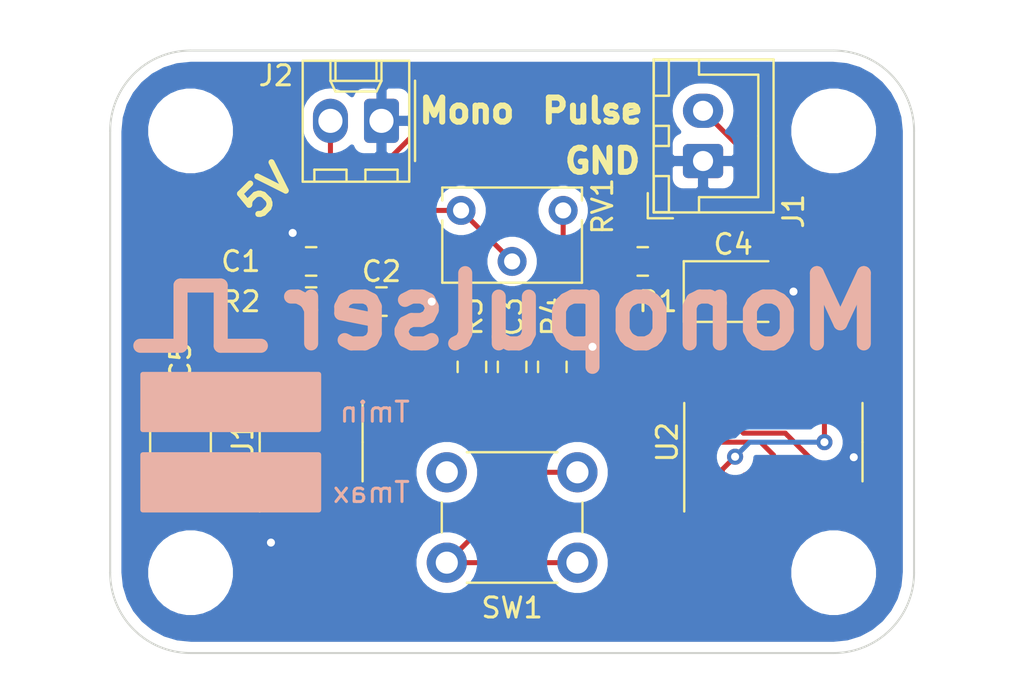
<source format=kicad_pcb>
(kicad_pcb (version 20171130) (host pcbnew 5.1.5-1.fc31)

  (general
    (thickness 1.6)
    (drawings 20)
    (tracks 147)
    (zones 0)
    (modules 19)
    (nets 14)
  )

  (page USLetter)
  (title_block
    (title Monopulser)
    (date 2020-04-02)
    (company "Alexandru Gagniuc")
  )

  (layers
    (0 F.Cu signal)
    (31 B.Cu signal)
    (32 B.Adhes user)
    (33 F.Adhes user)
    (34 B.Paste user)
    (35 F.Paste user)
    (36 B.SilkS user)
    (37 F.SilkS user)
    (38 B.Mask user)
    (39 F.Mask user)
    (40 Dwgs.User user)
    (41 Cmts.User user)
    (42 Eco1.User user)
    (43 Eco2.User user)
    (44 Edge.Cuts user)
    (45 Margin user)
    (46 B.CrtYd user)
    (47 F.CrtYd user)
    (48 B.Fab user)
    (49 F.Fab user)
  )

  (setup
    (last_trace_width 0.25)
    (trace_clearance 0.2)
    (zone_clearance 0.508)
    (zone_45_only no)
    (trace_min 0.2)
    (via_size 0.8)
    (via_drill 0.4)
    (via_min_size 0.4)
    (via_min_drill 0.3)
    (uvia_size 0.3)
    (uvia_drill 0.1)
    (uvias_allowed no)
    (uvia_min_size 0.2)
    (uvia_min_drill 0.1)
    (edge_width 0.1)
    (segment_width 0.2)
    (pcb_text_width 0.3)
    (pcb_text_size 1.5 1.5)
    (mod_edge_width 0.15)
    (mod_text_size 1 1)
    (mod_text_width 0.15)
    (pad_size 1.524 1.524)
    (pad_drill 0.762)
    (pad_to_mask_clearance 0)
    (aux_axis_origin 0 0)
    (grid_origin 70 90)
    (visible_elements FFFDFF7F)
    (pcbplotparams
      (layerselection 0x010fc_ffffffff)
      (usegerberextensions false)
      (usegerberattributes false)
      (usegerberadvancedattributes false)
      (creategerberjobfile false)
      (excludeedgelayer true)
      (linewidth 0.100000)
      (plotframeref false)
      (viasonmask false)
      (mode 1)
      (useauxorigin false)
      (hpglpennumber 1)
      (hpglpenspeed 20)
      (hpglpendiameter 15.000000)
      (psnegative false)
      (psa4output false)
      (plotreference true)
      (plotvalue true)
      (plotinvisibletext false)
      (padsonsilk false)
      (subtractmaskfromsilk false)
      (outputformat 1)
      (mirror false)
      (drillshape 1)
      (scaleselection 1)
      (outputdirectory ""))
  )

  (net 0 "")
  (net 1 "Net-(C1-Pad1)")
  (net 2 GND)
  (net 3 "Net-(C2-Pad1)")
  (net 4 VCC)
  (net 5 "Net-(C3-Pad2)")
  (net 6 "Net-(R1-Pad1)")
  (net 7 "Net-(R2-Pad2)")
  (net 8 "Net-(R3-Pad1)")
  (net 9 /PULSE)
  (net 10 /CLK)
  (net 11 "Net-(U2-Pad2)")
  (net 12 "Net-(U2-Pad13)")
  (net 13 "Net-(U2-Pad8)")

  (net_class Default "This is the default net class."
    (clearance 0.2)
    (trace_width 0.25)
    (via_dia 0.8)
    (via_drill 0.4)
    (uvia_dia 0.3)
    (uvia_drill 0.1)
    (add_net /CLK)
    (add_net /PULSE)
    (add_net GND)
    (add_net "Net-(C1-Pad1)")
    (add_net "Net-(C2-Pad1)")
    (add_net "Net-(C3-Pad2)")
    (add_net "Net-(R1-Pad1)")
    (add_net "Net-(R2-Pad2)")
    (add_net "Net-(R3-Pad1)")
    (add_net "Net-(U2-Pad13)")
    (add_net "Net-(U2-Pad2)")
    (add_net "Net-(U2-Pad8)")
    (add_net VCC)
  )

  (module Button_Switch_THT:SW_PUSH_6mm (layer F.Cu) (tedit 5A02FE31) (tstamp 5E7298FB)
    (at 93.25 85.5 180)
    (descr https://www.omron.com/ecb/products/pdf/en-b3f.pdf)
    (tags "tact sw push 6mm")
    (path /5E71B291)
    (fp_text reference SW1 (at 3.25 -2.25) (layer F.SilkS)
      (effects (font (size 1 1) (thickness 0.15)))
    )
    (fp_text value MM (at 3.75 6.7) (layer F.Fab)
      (effects (font (size 1 1) (thickness 0.15)))
    )
    (fp_text user %R (at 3.25 2.25) (layer F.Fab)
      (effects (font (size 1 1) (thickness 0.15)))
    )
    (fp_line (start 3.25 -0.75) (end 6.25 -0.75) (layer F.Fab) (width 0.1))
    (fp_line (start 6.25 -0.75) (end 6.25 5.25) (layer F.Fab) (width 0.1))
    (fp_line (start 6.25 5.25) (end 0.25 5.25) (layer F.Fab) (width 0.1))
    (fp_line (start 0.25 5.25) (end 0.25 -0.75) (layer F.Fab) (width 0.1))
    (fp_line (start 0.25 -0.75) (end 3.25 -0.75) (layer F.Fab) (width 0.1))
    (fp_line (start 7.75 6) (end 8 6) (layer F.CrtYd) (width 0.05))
    (fp_line (start 8 6) (end 8 5.75) (layer F.CrtYd) (width 0.05))
    (fp_line (start 7.75 -1.5) (end 8 -1.5) (layer F.CrtYd) (width 0.05))
    (fp_line (start 8 -1.5) (end 8 -1.25) (layer F.CrtYd) (width 0.05))
    (fp_line (start -1.5 -1.25) (end -1.5 -1.5) (layer F.CrtYd) (width 0.05))
    (fp_line (start -1.5 -1.5) (end -1.25 -1.5) (layer F.CrtYd) (width 0.05))
    (fp_line (start -1.5 5.75) (end -1.5 6) (layer F.CrtYd) (width 0.05))
    (fp_line (start -1.5 6) (end -1.25 6) (layer F.CrtYd) (width 0.05))
    (fp_line (start -1.25 -1.5) (end 7.75 -1.5) (layer F.CrtYd) (width 0.05))
    (fp_line (start -1.5 5.75) (end -1.5 -1.25) (layer F.CrtYd) (width 0.05))
    (fp_line (start 7.75 6) (end -1.25 6) (layer F.CrtYd) (width 0.05))
    (fp_line (start 8 -1.25) (end 8 5.75) (layer F.CrtYd) (width 0.05))
    (fp_line (start 1 5.5) (end 5.5 5.5) (layer F.SilkS) (width 0.12))
    (fp_line (start -0.25 1.5) (end -0.25 3) (layer F.SilkS) (width 0.12))
    (fp_line (start 5.5 -1) (end 1 -1) (layer F.SilkS) (width 0.12))
    (fp_line (start 6.75 3) (end 6.75 1.5) (layer F.SilkS) (width 0.12))
    (fp_circle (center 3.25 2.25) (end 1.25 2.5) (layer F.Fab) (width 0.1))
    (pad 2 thru_hole circle (at 0 4.5 270) (size 2 2) (drill 1.1) (layers *.Cu *.Mask)
      (net 5 "Net-(C3-Pad2)"))
    (pad 1 thru_hole circle (at 0 0 270) (size 2 2) (drill 1.1) (layers *.Cu *.Mask)
      (net 8 "Net-(R3-Pad1)"))
    (pad 2 thru_hole circle (at 6.5 4.5 270) (size 2 2) (drill 1.1) (layers *.Cu *.Mask)
      (net 5 "Net-(C3-Pad2)"))
    (pad 1 thru_hole circle (at 6.5 0 270) (size 2 2) (drill 1.1) (layers *.Cu *.Mask)
      (net 8 "Net-(R3-Pad1)"))
    (model ${KISYS3DMOD}/Button_Switch_THT.3dshapes/SW_PUSH_6mm.wrl
      (at (xyz 0 0 0))
      (scale (xyz 1 1 1))
      (rotate (xyz 0 0 0))
    )
  )

  (module Package_SO:SOIC-8_3.9x4.9mm_P1.27mm (layer F.Cu) (tedit 5D9F72B1) (tstamp 5E727EF4)
    (at 80 79.5 90)
    (descr "SOIC, 8 Pin (JEDEC MS-012AA, https://www.analog.com/media/en/package-pcb-resources/package/pkg_pdf/soic_narrow-r/r_8.pdf), generated with kicad-footprint-generator ipc_gullwing_generator.py")
    (tags "SOIC SO")
    (path /5E70580C)
    (attr smd)
    (fp_text reference U1 (at 0 -3.4 90) (layer F.SilkS)
      (effects (font (size 1 1) (thickness 0.15)))
    )
    (fp_text value LM555 (at 0 3.4) (layer F.Fab)
      (effects (font (size 1 1) (thickness 0.15)))
    )
    (fp_text user %R (at 0 0 90) (layer F.Fab)
      (effects (font (size 0.98 0.98) (thickness 0.15)))
    )
    (fp_line (start 3.7 -2.7) (end -3.7 -2.7) (layer F.CrtYd) (width 0.05))
    (fp_line (start 3.7 2.7) (end 3.7 -2.7) (layer F.CrtYd) (width 0.05))
    (fp_line (start -3.7 2.7) (end 3.7 2.7) (layer F.CrtYd) (width 0.05))
    (fp_line (start -3.7 -2.7) (end -3.7 2.7) (layer F.CrtYd) (width 0.05))
    (fp_line (start -1.95 -1.475) (end -0.975 -2.45) (layer F.Fab) (width 0.1))
    (fp_line (start -1.95 2.45) (end -1.95 -1.475) (layer F.Fab) (width 0.1))
    (fp_line (start 1.95 2.45) (end -1.95 2.45) (layer F.Fab) (width 0.1))
    (fp_line (start 1.95 -2.45) (end 1.95 2.45) (layer F.Fab) (width 0.1))
    (fp_line (start -0.975 -2.45) (end 1.95 -2.45) (layer F.Fab) (width 0.1))
    (fp_line (start 0 -2.56) (end -3.45 -2.56) (layer F.SilkS) (width 0.12))
    (fp_line (start 0 -2.56) (end 1.95 -2.56) (layer F.SilkS) (width 0.12))
    (fp_line (start 0 2.56) (end -1.95 2.56) (layer F.SilkS) (width 0.12))
    (fp_line (start 0 2.56) (end 1.95 2.56) (layer F.SilkS) (width 0.12))
    (pad 8 smd roundrect (at 2.475 -1.905 90) (size 1.95 0.6) (layers F.Cu F.Paste F.Mask) (roundrect_rratio 0.25)
      (net 4 VCC))
    (pad 7 smd roundrect (at 2.475 -0.635 90) (size 1.95 0.6) (layers F.Cu F.Paste F.Mask) (roundrect_rratio 0.25)
      (net 7 "Net-(R2-Pad2)"))
    (pad 6 smd roundrect (at 2.475 0.635 90) (size 1.95 0.6) (layers F.Cu F.Paste F.Mask) (roundrect_rratio 0.25)
      (net 1 "Net-(C1-Pad1)"))
    (pad 5 smd roundrect (at 2.475 1.905 90) (size 1.95 0.6) (layers F.Cu F.Paste F.Mask) (roundrect_rratio 0.25)
      (net 3 "Net-(C2-Pad1)"))
    (pad 4 smd roundrect (at -2.475 1.905 90) (size 1.95 0.6) (layers F.Cu F.Paste F.Mask) (roundrect_rratio 0.25)
      (net 4 VCC))
    (pad 3 smd roundrect (at -2.475 0.635 90) (size 1.95 0.6) (layers F.Cu F.Paste F.Mask) (roundrect_rratio 0.25)
      (net 10 /CLK))
    (pad 2 smd roundrect (at -2.475 -0.635 90) (size 1.95 0.6) (layers F.Cu F.Paste F.Mask) (roundrect_rratio 0.25)
      (net 1 "Net-(C1-Pad1)"))
    (pad 1 smd roundrect (at -2.475 -1.905 90) (size 1.95 0.6) (layers F.Cu F.Paste F.Mask) (roundrect_rratio 0.25)
      (net 2 GND))
    (model ${KISYS3DMOD}/Package_SO.3dshapes/SOIC-8_3.9x4.9mm_P1.27mm.wrl
      (at (xyz 0 0 0))
      (scale (xyz 1 1 1))
      (rotate (xyz 0 0 0))
    )
  )

  (module Potentiometer_THT:Potentiometer_Bourns_3266W_Vertical (layer F.Cu) (tedit 5A3D4994) (tstamp 5E72B55E)
    (at 92.54 67.96)
    (descr "Potentiometer, vertical, Bourns 3266W, https://www.bourns.com/docs/Product-Datasheets/3266.pdf")
    (tags "Potentiometer vertical Bourns 3266W")
    (path /5E70077F)
    (fp_text reference RV1 (at 1.96 -0.21 270) (layer F.SilkS)
      (effects (font (size 1 1) (thickness 0.15)))
    )
    (fp_text value 100k (at -2.54 4.73) (layer F.Fab)
      (effects (font (size 1 1) (thickness 0.15)))
    )
    (fp_circle (center -0.455 2.21) (end 0.435 2.21) (layer F.Fab) (width 0.1))
    (fp_line (start -5.895 -1.02) (end -5.895 3.48) (layer F.Fab) (width 0.1))
    (fp_line (start -5.895 3.48) (end 0.815 3.48) (layer F.Fab) (width 0.1))
    (fp_line (start 0.815 3.48) (end 0.815 -1.02) (layer F.Fab) (width 0.1))
    (fp_line (start 0.815 -1.02) (end -5.895 -1.02) (layer F.Fab) (width 0.1))
    (fp_line (start -0.455 3.092) (end -0.454 1.329) (layer F.Fab) (width 0.1))
    (fp_line (start -0.455 3.092) (end -0.454 1.329) (layer F.Fab) (width 0.1))
    (fp_line (start -6.015 -1.14) (end 0.935 -1.14) (layer F.SilkS) (width 0.12))
    (fp_line (start -6.015 3.6) (end 0.935 3.6) (layer F.SilkS) (width 0.12))
    (fp_line (start -6.015 -1.14) (end -6.015 -0.495) (layer F.SilkS) (width 0.12))
    (fp_line (start -6.015 0.495) (end -6.015 3.6) (layer F.SilkS) (width 0.12))
    (fp_line (start 0.935 -1.14) (end 0.935 -0.495) (layer F.SilkS) (width 0.12))
    (fp_line (start 0.935 0.495) (end 0.935 3.6) (layer F.SilkS) (width 0.12))
    (fp_line (start -6.15 -1.3) (end -6.15 3.75) (layer F.CrtYd) (width 0.05))
    (fp_line (start -6.15 3.75) (end 1.1 3.75) (layer F.CrtYd) (width 0.05))
    (fp_line (start 1.1 3.75) (end 1.1 -1.3) (layer F.CrtYd) (width 0.05))
    (fp_line (start 1.1 -1.3) (end -6.15 -1.3) (layer F.CrtYd) (width 0.05))
    (fp_text user %R (at -3.175 1.23) (layer F.Fab)
      (effects (font (size 0.91 0.91) (thickness 0.15)))
    )
    (pad 1 thru_hole circle (at 0 0) (size 1.44 1.44) (drill 0.8) (layers *.Cu *.Mask)
      (net 6 "Net-(R1-Pad1)"))
    (pad 2 thru_hole circle (at -2.54 2.54) (size 1.44 1.44) (drill 0.8) (layers *.Cu *.Mask)
      (net 7 "Net-(R2-Pad2)"))
    (pad 3 thru_hole circle (at -5.08 0) (size 1.44 1.44) (drill 0.8) (layers *.Cu *.Mask)
      (net 7 "Net-(R2-Pad2)"))
    (model ${KISYS3DMOD}/Potentiometer_THT.3dshapes/Potentiometer_Bourns_3266W_Vertical.wrl
      (at (xyz 0 0 0))
      (scale (xyz 1 1 1))
      (rotate (xyz 0 0 0))
    )
  )

  (module MountingHole:MountingHole_3.2mm_M3 (layer F.Cu) (tedit 56D1B4CB) (tstamp 5E7270C5)
    (at 106 64)
    (descr "Mounting Hole 3.2mm, no annular, M3")
    (tags "mounting hole 3.2mm no annular m3")
    (attr virtual)
    (fp_text reference REF** (at 0 -4.2) (layer F.SilkS) hide
      (effects (font (size 1 1) (thickness 0.15)))
    )
    (fp_text value MountingHole_3.2mm_M3 (at 0 4.2) (layer F.Fab)
      (effects (font (size 1 1) (thickness 0.15)))
    )
    (fp_text user %R (at 0.3 0) (layer F.Fab)
      (effects (font (size 1 1) (thickness 0.15)))
    )
    (fp_circle (center 0 0) (end 3.2 0) (layer Cmts.User) (width 0.15))
    (fp_circle (center 0 0) (end 3.45 0) (layer F.CrtYd) (width 0.05))
    (pad 1 np_thru_hole circle (at 0 0) (size 3.2 3.2) (drill 3.2) (layers *.Cu *.Mask))
  )

  (module MountingHole:MountingHole_3.2mm_M3 (layer F.Cu) (tedit 56D1B4CB) (tstamp 5E726435)
    (at 106 86)
    (descr "Mounting Hole 3.2mm, no annular, M3")
    (tags "mounting hole 3.2mm no annular m3")
    (attr virtual)
    (fp_text reference REF** (at 0 -4.2) (layer F.SilkS) hide
      (effects (font (size 1 1) (thickness 0.15)))
    )
    (fp_text value MountingHole_3.2mm_M3 (at 0 4.2) (layer F.Fab)
      (effects (font (size 1 1) (thickness 0.15)))
    )
    (fp_circle (center 0 0) (end 3.45 0) (layer F.CrtYd) (width 0.05))
    (fp_circle (center 0 0) (end 3.2 0) (layer Cmts.User) (width 0.15))
    (fp_text user %R (at 0.3 0) (layer F.Fab)
      (effects (font (size 1 1) (thickness 0.15)))
    )
    (pad 1 np_thru_hole circle (at 0 0) (size 3.2 3.2) (drill 3.2) (layers *.Cu *.Mask))
  )

  (module MountingHole:MountingHole_3.2mm_M3 (layer F.Cu) (tedit 56D1B4CB) (tstamp 5E7296BD)
    (at 74 86)
    (descr "Mounting Hole 3.2mm, no annular, M3")
    (tags "mounting hole 3.2mm no annular m3")
    (attr virtual)
    (fp_text reference REF** (at 0 -4.2) (layer F.SilkS) hide
      (effects (font (size 1 1) (thickness 0.15)))
    )
    (fp_text value MountingHole_3.2mm_M3 (at 0 4.2) (layer F.Fab)
      (effects (font (size 1 1) (thickness 0.15)))
    )
    (fp_text user %R (at 0.3 0) (layer F.Fab)
      (effects (font (size 1 1) (thickness 0.15)))
    )
    (fp_circle (center 0 0) (end 3.2 0) (layer Cmts.User) (width 0.15))
    (fp_circle (center 0 0) (end 3.45 0) (layer F.CrtYd) (width 0.05))
    (pad 1 np_thru_hole circle (at 0 0) (size 3.2 3.2) (drill 3.2) (layers *.Cu *.Mask))
  )

  (module MountingHole:MountingHole_3.2mm_M3 (layer F.Cu) (tedit 56D1B4CB) (tstamp 5E72932B)
    (at 74 64)
    (descr "Mounting Hole 3.2mm, no annular, M3")
    (tags "mounting hole 3.2mm no annular m3")
    (attr virtual)
    (fp_text reference REF** (at 0 -4.2) (layer F.SilkS) hide
      (effects (font (size 1 1) (thickness 0.15)))
    )
    (fp_text value MountingHole_3.2mm_M3 (at 0 4.2) (layer F.Fab)
      (effects (font (size 1 1) (thickness 0.15)))
    )
    (fp_circle (center 0 0) (end 3.45 0) (layer F.CrtYd) (width 0.05))
    (fp_circle (center 0 0) (end 3.2 0) (layer Cmts.User) (width 0.15))
    (fp_text user %R (at 0.3 0) (layer F.Fab)
      (effects (font (size 1 1) (thickness 0.15)))
    )
    (pad 1 np_thru_hole circle (at 0 0) (size 3.2 3.2) (drill 3.2) (layers *.Cu *.Mask))
  )

  (module Capacitor_SMD:C_0805_2012Metric (layer F.Cu) (tedit 5B36C52B) (tstamp 5E727EBB)
    (at 80 70.5 180)
    (descr "Capacitor SMD 0805 (2012 Metric), square (rectangular) end terminal, IPC_7351 nominal, (Body size source: https://docs.google.com/spreadsheets/d/1BsfQQcO9C6DZCsRaXUlFlo91Tg2WpOkGARC1WS5S8t0/edit?usp=sharing), generated with kicad-footprint-generator")
    (tags capacitor)
    (path /5E700FCA)
    (attr smd)
    (fp_text reference C1 (at 3.5 0) (layer F.SilkS)
      (effects (font (size 1 1) (thickness 0.15)))
    )
    (fp_text value 47n (at 0 1.65) (layer F.Fab)
      (effects (font (size 1 1) (thickness 0.15)))
    )
    (fp_line (start -1 0.6) (end -1 -0.6) (layer F.Fab) (width 0.1))
    (fp_line (start -1 -0.6) (end 1 -0.6) (layer F.Fab) (width 0.1))
    (fp_line (start 1 -0.6) (end 1 0.6) (layer F.Fab) (width 0.1))
    (fp_line (start 1 0.6) (end -1 0.6) (layer F.Fab) (width 0.1))
    (fp_line (start -0.258578 -0.71) (end 0.258578 -0.71) (layer F.SilkS) (width 0.12))
    (fp_line (start -0.258578 0.71) (end 0.258578 0.71) (layer F.SilkS) (width 0.12))
    (fp_line (start -1.68 0.95) (end -1.68 -0.95) (layer F.CrtYd) (width 0.05))
    (fp_line (start -1.68 -0.95) (end 1.68 -0.95) (layer F.CrtYd) (width 0.05))
    (fp_line (start 1.68 -0.95) (end 1.68 0.95) (layer F.CrtYd) (width 0.05))
    (fp_line (start 1.68 0.95) (end -1.68 0.95) (layer F.CrtYd) (width 0.05))
    (fp_text user %R (at 0 0) (layer F.Fab)
      (effects (font (size 0.5 0.5) (thickness 0.08)))
    )
    (pad 1 smd roundrect (at -0.9375 0 180) (size 0.975 1.4) (layers F.Cu F.Paste F.Mask) (roundrect_rratio 0.25)
      (net 1 "Net-(C1-Pad1)"))
    (pad 2 smd roundrect (at 0.9375 0 180) (size 0.975 1.4) (layers F.Cu F.Paste F.Mask) (roundrect_rratio 0.25)
      (net 2 GND))
    (model ${KISYS3DMOD}/Capacitor_SMD.3dshapes/C_0805_2012Metric.wrl
      (at (xyz 0 0 0))
      (scale (xyz 1 1 1))
      (rotate (xyz 0 0 0))
    )
  )

  (module Capacitor_SMD:C_0805_2012Metric (layer F.Cu) (tedit 5B36C52B) (tstamp 5E727E7C)
    (at 83.5 72.5)
    (descr "Capacitor SMD 0805 (2012 Metric), square (rectangular) end terminal, IPC_7351 nominal, (Body size source: https://docs.google.com/spreadsheets/d/1BsfQQcO9C6DZCsRaXUlFlo91Tg2WpOkGARC1WS5S8t0/edit?usp=sharing), generated with kicad-footprint-generator")
    (tags capacitor)
    (path /5E70970D)
    (attr smd)
    (fp_text reference C2 (at 0 -1.5) (layer F.SilkS)
      (effects (font (size 1 1) (thickness 0.15)))
    )
    (fp_text value 47n (at 0 1.65) (layer F.Fab)
      (effects (font (size 1 1) (thickness 0.15)))
    )
    (fp_text user %R (at 0 0) (layer F.Fab)
      (effects (font (size 0.5 0.5) (thickness 0.08)))
    )
    (fp_line (start 1.68 0.95) (end -1.68 0.95) (layer F.CrtYd) (width 0.05))
    (fp_line (start 1.68 -0.95) (end 1.68 0.95) (layer F.CrtYd) (width 0.05))
    (fp_line (start -1.68 -0.95) (end 1.68 -0.95) (layer F.CrtYd) (width 0.05))
    (fp_line (start -1.68 0.95) (end -1.68 -0.95) (layer F.CrtYd) (width 0.05))
    (fp_line (start -0.258578 0.71) (end 0.258578 0.71) (layer F.SilkS) (width 0.12))
    (fp_line (start -0.258578 -0.71) (end 0.258578 -0.71) (layer F.SilkS) (width 0.12))
    (fp_line (start 1 0.6) (end -1 0.6) (layer F.Fab) (width 0.1))
    (fp_line (start 1 -0.6) (end 1 0.6) (layer F.Fab) (width 0.1))
    (fp_line (start -1 -0.6) (end 1 -0.6) (layer F.Fab) (width 0.1))
    (fp_line (start -1 0.6) (end -1 -0.6) (layer F.Fab) (width 0.1))
    (pad 2 smd roundrect (at 0.9375 0) (size 0.975 1.4) (layers F.Cu F.Paste F.Mask) (roundrect_rratio 0.25)
      (net 2 GND))
    (pad 1 smd roundrect (at -0.9375 0) (size 0.975 1.4) (layers F.Cu F.Paste F.Mask) (roundrect_rratio 0.25)
      (net 3 "Net-(C2-Pad1)"))
    (model ${KISYS3DMOD}/Capacitor_SMD.3dshapes/C_0805_2012Metric.wrl
      (at (xyz 0 0 0))
      (scale (xyz 1 1 1))
      (rotate (xyz 0 0 0))
    )
  )

  (module Capacitor_SMD:C_0805_2012Metric (layer F.Cu) (tedit 5B36C52B) (tstamp 5E729947)
    (at 90 75.75 270)
    (descr "Capacitor SMD 0805 (2012 Metric), square (rectangular) end terminal, IPC_7351 nominal, (Body size source: https://docs.google.com/spreadsheets/d/1BsfQQcO9C6DZCsRaXUlFlo91Tg2WpOkGARC1WS5S8t0/edit?usp=sharing), generated with kicad-footprint-generator")
    (tags capacitor)
    (path /5E719A32)
    (attr smd)
    (fp_text reference C3 (at -2.5 0 90) (layer F.SilkS)
      (effects (font (size 1 1) (thickness 0.15)))
    )
    (fp_text value 47n (at 0 1.65 90) (layer F.Fab)
      (effects (font (size 1 1) (thickness 0.15)))
    )
    (fp_text user %R (at 0 0 90) (layer F.Fab)
      (effects (font (size 0.5 0.5) (thickness 0.08)))
    )
    (fp_line (start 1.68 0.95) (end -1.68 0.95) (layer F.CrtYd) (width 0.05))
    (fp_line (start 1.68 -0.95) (end 1.68 0.95) (layer F.CrtYd) (width 0.05))
    (fp_line (start -1.68 -0.95) (end 1.68 -0.95) (layer F.CrtYd) (width 0.05))
    (fp_line (start -1.68 0.95) (end -1.68 -0.95) (layer F.CrtYd) (width 0.05))
    (fp_line (start -0.258578 0.71) (end 0.258578 0.71) (layer F.SilkS) (width 0.12))
    (fp_line (start -0.258578 -0.71) (end 0.258578 -0.71) (layer F.SilkS) (width 0.12))
    (fp_line (start 1 0.6) (end -1 0.6) (layer F.Fab) (width 0.1))
    (fp_line (start 1 -0.6) (end 1 0.6) (layer F.Fab) (width 0.1))
    (fp_line (start -1 -0.6) (end 1 -0.6) (layer F.Fab) (width 0.1))
    (fp_line (start -1 0.6) (end -1 -0.6) (layer F.Fab) (width 0.1))
    (pad 2 smd roundrect (at 0.9375 0 270) (size 0.975 1.4) (layers F.Cu F.Paste F.Mask) (roundrect_rratio 0.25)
      (net 5 "Net-(C3-Pad2)"))
    (pad 1 smd roundrect (at -0.9375 0 270) (size 0.975 1.4) (layers F.Cu F.Paste F.Mask) (roundrect_rratio 0.25)
      (net 4 VCC))
    (model ${KISYS3DMOD}/Capacitor_SMD.3dshapes/C_0805_2012Metric.wrl
      (at (xyz 0 0 0))
      (scale (xyz 1 1 1))
      (rotate (xyz 0 0 0))
    )
  )

  (module Resistor_SMD:R_0805_2012Metric (layer F.Cu) (tedit 5B36C52B) (tstamp 5E72C431)
    (at 96.5 70.5)
    (descr "Resistor SMD 0805 (2012 Metric), square (rectangular) end terminal, IPC_7351 nominal, (Body size source: https://docs.google.com/spreadsheets/d/1BsfQQcO9C6DZCsRaXUlFlo91Tg2WpOkGARC1WS5S8t0/edit?usp=sharing), generated with kicad-footprint-generator")
    (tags resistor)
    (path /5E6FFB5F)
    (attr smd)
    (fp_text reference R1 (at 0.75 2) (layer F.SilkS)
      (effects (font (size 1 1) (thickness 0.15)))
    )
    (fp_text value 1k (at 0 1.65) (layer F.Fab)
      (effects (font (size 1 1) (thickness 0.15)))
    )
    (fp_line (start -1 0.6) (end -1 -0.6) (layer F.Fab) (width 0.1))
    (fp_line (start -1 -0.6) (end 1 -0.6) (layer F.Fab) (width 0.1))
    (fp_line (start 1 -0.6) (end 1 0.6) (layer F.Fab) (width 0.1))
    (fp_line (start 1 0.6) (end -1 0.6) (layer F.Fab) (width 0.1))
    (fp_line (start -0.258578 -0.71) (end 0.258578 -0.71) (layer F.SilkS) (width 0.12))
    (fp_line (start -0.258578 0.71) (end 0.258578 0.71) (layer F.SilkS) (width 0.12))
    (fp_line (start -1.68 0.95) (end -1.68 -0.95) (layer F.CrtYd) (width 0.05))
    (fp_line (start -1.68 -0.95) (end 1.68 -0.95) (layer F.CrtYd) (width 0.05))
    (fp_line (start 1.68 -0.95) (end 1.68 0.95) (layer F.CrtYd) (width 0.05))
    (fp_line (start 1.68 0.95) (end -1.68 0.95) (layer F.CrtYd) (width 0.05))
    (fp_text user %R (at 0 0) (layer F.Fab)
      (effects (font (size 0.5 0.5) (thickness 0.08)))
    )
    (pad 1 smd roundrect (at -0.9375 0) (size 0.975 1.4) (layers F.Cu F.Paste F.Mask) (roundrect_rratio 0.25)
      (net 6 "Net-(R1-Pad1)"))
    (pad 2 smd roundrect (at 0.9375 0) (size 0.975 1.4) (layers F.Cu F.Paste F.Mask) (roundrect_rratio 0.25)
      (net 4 VCC))
    (model ${KISYS3DMOD}/Resistor_SMD.3dshapes/R_0805_2012Metric.wrl
      (at (xyz 0 0 0))
      (scale (xyz 1 1 1))
      (rotate (xyz 0 0 0))
    )
  )

  (module Resistor_SMD:R_0805_2012Metric (layer F.Cu) (tedit 5B36C52B) (tstamp 5E727F3F)
    (at 80 72.5 180)
    (descr "Resistor SMD 0805 (2012 Metric), square (rectangular) end terminal, IPC_7351 nominal, (Body size source: https://docs.google.com/spreadsheets/d/1BsfQQcO9C6DZCsRaXUlFlo91Tg2WpOkGARC1WS5S8t0/edit?usp=sharing), generated with kicad-footprint-generator")
    (tags resistor)
    (path /5E700AEB)
    (attr smd)
    (fp_text reference R2 (at 3.5 0) (layer F.SilkS)
      (effects (font (size 1 1) (thickness 0.15)))
    )
    (fp_text value 6.7k (at 0 1.65) (layer F.Fab)
      (effects (font (size 1 1) (thickness 0.15)))
    )
    (fp_line (start -1 0.6) (end -1 -0.6) (layer F.Fab) (width 0.1))
    (fp_line (start -1 -0.6) (end 1 -0.6) (layer F.Fab) (width 0.1))
    (fp_line (start 1 -0.6) (end 1 0.6) (layer F.Fab) (width 0.1))
    (fp_line (start 1 0.6) (end -1 0.6) (layer F.Fab) (width 0.1))
    (fp_line (start -0.258578 -0.71) (end 0.258578 -0.71) (layer F.SilkS) (width 0.12))
    (fp_line (start -0.258578 0.71) (end 0.258578 0.71) (layer F.SilkS) (width 0.12))
    (fp_line (start -1.68 0.95) (end -1.68 -0.95) (layer F.CrtYd) (width 0.05))
    (fp_line (start -1.68 -0.95) (end 1.68 -0.95) (layer F.CrtYd) (width 0.05))
    (fp_line (start 1.68 -0.95) (end 1.68 0.95) (layer F.CrtYd) (width 0.05))
    (fp_line (start 1.68 0.95) (end -1.68 0.95) (layer F.CrtYd) (width 0.05))
    (fp_text user %R (at 0 0) (layer F.Fab)
      (effects (font (size 0.5 0.5) (thickness 0.08)))
    )
    (pad 1 smd roundrect (at -0.9375 0 180) (size 0.975 1.4) (layers F.Cu F.Paste F.Mask) (roundrect_rratio 0.25)
      (net 1 "Net-(C1-Pad1)"))
    (pad 2 smd roundrect (at 0.9375 0 180) (size 0.975 1.4) (layers F.Cu F.Paste F.Mask) (roundrect_rratio 0.25)
      (net 7 "Net-(R2-Pad2)"))
    (model ${KISYS3DMOD}/Resistor_SMD.3dshapes/R_0805_2012Metric.wrl
      (at (xyz 0 0 0))
      (scale (xyz 1 1 1))
      (rotate (xyz 0 0 0))
    )
  )

  (module Resistor_SMD:R_0805_2012Metric (layer F.Cu) (tedit 5B36C52B) (tstamp 5E729977)
    (at 88 75.75 90)
    (descr "Resistor SMD 0805 (2012 Metric), square (rectangular) end terminal, IPC_7351 nominal, (Body size source: https://docs.google.com/spreadsheets/d/1BsfQQcO9C6DZCsRaXUlFlo91Tg2WpOkGARC1WS5S8t0/edit?usp=sharing), generated with kicad-footprint-generator")
    (tags resistor)
    (path /5E7162B4)
    (attr smd)
    (fp_text reference R3 (at 2.5 0 90) (layer F.SilkS)
      (effects (font (size 1 1) (thickness 0.15)))
    )
    (fp_text value 1k (at 0 1.65 90) (layer F.Fab)
      (effects (font (size 1 1) (thickness 0.15)))
    )
    (fp_text user %R (at 0 0 90) (layer F.Fab)
      (effects (font (size 0.5 0.5) (thickness 0.08)))
    )
    (fp_line (start 1.68 0.95) (end -1.68 0.95) (layer F.CrtYd) (width 0.05))
    (fp_line (start 1.68 -0.95) (end 1.68 0.95) (layer F.CrtYd) (width 0.05))
    (fp_line (start -1.68 -0.95) (end 1.68 -0.95) (layer F.CrtYd) (width 0.05))
    (fp_line (start -1.68 0.95) (end -1.68 -0.95) (layer F.CrtYd) (width 0.05))
    (fp_line (start -0.258578 0.71) (end 0.258578 0.71) (layer F.SilkS) (width 0.12))
    (fp_line (start -0.258578 -0.71) (end 0.258578 -0.71) (layer F.SilkS) (width 0.12))
    (fp_line (start 1 0.6) (end -1 0.6) (layer F.Fab) (width 0.1))
    (fp_line (start 1 -0.6) (end 1 0.6) (layer F.Fab) (width 0.1))
    (fp_line (start -1 -0.6) (end 1 -0.6) (layer F.Fab) (width 0.1))
    (fp_line (start -1 0.6) (end -1 -0.6) (layer F.Fab) (width 0.1))
    (pad 2 smd roundrect (at 0.9375 0 90) (size 0.975 1.4) (layers F.Cu F.Paste F.Mask) (roundrect_rratio 0.25)
      (net 4 VCC))
    (pad 1 smd roundrect (at -0.9375 0 90) (size 0.975 1.4) (layers F.Cu F.Paste F.Mask) (roundrect_rratio 0.25)
      (net 8 "Net-(R3-Pad1)"))
    (model ${KISYS3DMOD}/Resistor_SMD.3dshapes/R_0805_2012Metric.wrl
      (at (xyz 0 0 0))
      (scale (xyz 1 1 1))
      (rotate (xyz 0 0 0))
    )
  )

  (module Resistor_SMD:R_0805_2012Metric (layer F.Cu) (tedit 5B36C52B) (tstamp 5E7298BD)
    (at 92 75.75 90)
    (descr "Resistor SMD 0805 (2012 Metric), square (rectangular) end terminal, IPC_7351 nominal, (Body size source: https://docs.google.com/spreadsheets/d/1BsfQQcO9C6DZCsRaXUlFlo91Tg2WpOkGARC1WS5S8t0/edit?usp=sharing), generated with kicad-footprint-generator")
    (tags resistor)
    (path /5E71A55F)
    (attr smd)
    (fp_text reference R4 (at 2.5 0 90) (layer F.SilkS)
      (effects (font (size 1 1) (thickness 0.15)))
    )
    (fp_text value 1k (at 0 1.65 90) (layer F.Fab)
      (effects (font (size 1 1) (thickness 0.15)))
    )
    (fp_line (start -1 0.6) (end -1 -0.6) (layer F.Fab) (width 0.1))
    (fp_line (start -1 -0.6) (end 1 -0.6) (layer F.Fab) (width 0.1))
    (fp_line (start 1 -0.6) (end 1 0.6) (layer F.Fab) (width 0.1))
    (fp_line (start 1 0.6) (end -1 0.6) (layer F.Fab) (width 0.1))
    (fp_line (start -0.258578 -0.71) (end 0.258578 -0.71) (layer F.SilkS) (width 0.12))
    (fp_line (start -0.258578 0.71) (end 0.258578 0.71) (layer F.SilkS) (width 0.12))
    (fp_line (start -1.68 0.95) (end -1.68 -0.95) (layer F.CrtYd) (width 0.05))
    (fp_line (start -1.68 -0.95) (end 1.68 -0.95) (layer F.CrtYd) (width 0.05))
    (fp_line (start 1.68 -0.95) (end 1.68 0.95) (layer F.CrtYd) (width 0.05))
    (fp_line (start 1.68 0.95) (end -1.68 0.95) (layer F.CrtYd) (width 0.05))
    (fp_text user %R (at 0 0 90) (layer F.Fab)
      (effects (font (size 0.5 0.5) (thickness 0.08)))
    )
    (pad 1 smd roundrect (at -0.9375 0 90) (size 0.975 1.4) (layers F.Cu F.Paste F.Mask) (roundrect_rratio 0.25)
      (net 5 "Net-(C3-Pad2)"))
    (pad 2 smd roundrect (at 0.9375 0 90) (size 0.975 1.4) (layers F.Cu F.Paste F.Mask) (roundrect_rratio 0.25)
      (net 2 GND))
    (model ${KISYS3DMOD}/Resistor_SMD.3dshapes/R_0805_2012Metric.wrl
      (at (xyz 0 0 0))
      (scale (xyz 1 1 1))
      (rotate (xyz 0 0 0))
    )
  )

  (module Package_SO:SOIC-14_3.9x8.7mm_P1.27mm (layer F.Cu) (tedit 5D9F72B1) (tstamp 5E72730C)
    (at 103 79.5 90)
    (descr "SOIC, 14 Pin (JEDEC MS-012AB, https://www.analog.com/media/en/package-pcb-resources/package/pkg_pdf/soic_narrow-r/r_14.pdf), generated with kicad-footprint-generator ipc_gullwing_generator.py")
    (tags "SOIC SO")
    (path /5E6FF1CA)
    (attr smd)
    (fp_text reference U2 (at 0 -5.28 90) (layer F.SilkS)
      (effects (font (size 1 1) (thickness 0.15)))
    )
    (fp_text value 74HC74 (at 0 5.28 90) (layer F.Fab)
      (effects (font (size 1 1) (thickness 0.15)))
    )
    (fp_line (start 0 4.435) (end 1.95 4.435) (layer F.SilkS) (width 0.12))
    (fp_line (start 0 4.435) (end -1.95 4.435) (layer F.SilkS) (width 0.12))
    (fp_line (start 0 -4.435) (end 1.95 -4.435) (layer F.SilkS) (width 0.12))
    (fp_line (start 0 -4.435) (end -3.45 -4.435) (layer F.SilkS) (width 0.12))
    (fp_line (start -0.975 -4.325) (end 1.95 -4.325) (layer F.Fab) (width 0.1))
    (fp_line (start 1.95 -4.325) (end 1.95 4.325) (layer F.Fab) (width 0.1))
    (fp_line (start 1.95 4.325) (end -1.95 4.325) (layer F.Fab) (width 0.1))
    (fp_line (start -1.95 4.325) (end -1.95 -3.35) (layer F.Fab) (width 0.1))
    (fp_line (start -1.95 -3.35) (end -0.975 -4.325) (layer F.Fab) (width 0.1))
    (fp_line (start -3.7 -4.58) (end -3.7 4.58) (layer F.CrtYd) (width 0.05))
    (fp_line (start -3.7 4.58) (end 3.7 4.58) (layer F.CrtYd) (width 0.05))
    (fp_line (start 3.7 4.58) (end 3.7 -4.58) (layer F.CrtYd) (width 0.05))
    (fp_line (start 3.7 -4.58) (end -3.7 -4.58) (layer F.CrtYd) (width 0.05))
    (fp_text user %R (at 0 0 90) (layer F.Fab)
      (effects (font (size 0.98 0.98) (thickness 0.15)))
    )
    (pad 1 smd roundrect (at -2.475 -3.81 90) (size 1.95 0.6) (layers F.Cu F.Paste F.Mask) (roundrect_rratio 0.25)
      (net 4 VCC))
    (pad 2 smd roundrect (at -2.475 -2.54 90) (size 1.95 0.6) (layers F.Cu F.Paste F.Mask) (roundrect_rratio 0.25)
      (net 11 "Net-(U2-Pad2)"))
    (pad 3 smd roundrect (at -2.475 -1.27 90) (size 1.95 0.6) (layers F.Cu F.Paste F.Mask) (roundrect_rratio 0.25)
      (net 10 /CLK))
    (pad 4 smd roundrect (at -2.475 0 90) (size 1.95 0.6) (layers F.Cu F.Paste F.Mask) (roundrect_rratio 0.25)
      (net 4 VCC))
    (pad 5 smd roundrect (at -2.475 1.27 90) (size 1.95 0.6) (layers F.Cu F.Paste F.Mask) (roundrect_rratio 0.25)
      (net 9 /PULSE))
    (pad 6 smd roundrect (at -2.475 2.54 90) (size 1.95 0.6) (layers F.Cu F.Paste F.Mask) (roundrect_rratio 0.25)
      (net 12 "Net-(U2-Pad13)"))
    (pad 7 smd roundrect (at -2.475 3.81 90) (size 1.95 0.6) (layers F.Cu F.Paste F.Mask) (roundrect_rratio 0.25)
      (net 2 GND))
    (pad 8 smd roundrect (at 2.475 3.81 90) (size 1.95 0.6) (layers F.Cu F.Paste F.Mask) (roundrect_rratio 0.25)
      (net 13 "Net-(U2-Pad8)"))
    (pad 9 smd roundrect (at 2.475 2.54 90) (size 1.95 0.6) (layers F.Cu F.Paste F.Mask) (roundrect_rratio 0.25)
      (net 11 "Net-(U2-Pad2)"))
    (pad 10 smd roundrect (at 2.475 1.27 90) (size 1.95 0.6) (layers F.Cu F.Paste F.Mask) (roundrect_rratio 0.25)
      (net 4 VCC))
    (pad 11 smd roundrect (at 2.475 0 90) (size 1.95 0.6) (layers F.Cu F.Paste F.Mask) (roundrect_rratio 0.25)
      (net 5 "Net-(C3-Pad2)"))
    (pad 12 smd roundrect (at 2.475 -1.27 90) (size 1.95 0.6) (layers F.Cu F.Paste F.Mask) (roundrect_rratio 0.25)
      (net 4 VCC))
    (pad 13 smd roundrect (at 2.475 -2.54 90) (size 1.95 0.6) (layers F.Cu F.Paste F.Mask) (roundrect_rratio 0.25)
      (net 12 "Net-(U2-Pad13)"))
    (pad 14 smd roundrect (at 2.475 -3.81 90) (size 1.95 0.6) (layers F.Cu F.Paste F.Mask) (roundrect_rratio 0.25)
      (net 4 VCC))
    (model ${KISYS3DMOD}/Package_SO.3dshapes/SOIC-14_3.9x8.7mm_P1.27mm.wrl
      (at (xyz 0 0 0))
      (scale (xyz 1 1 1))
      (rotate (xyz 0 0 0))
    )
  )

  (module Connector_Molex:Molex_KK-254_AE-6410-02A_1x02_P2.54mm_Vertical (layer F.Cu) (tedit 5B78013E) (tstamp 5E7011C7)
    (at 83.5 63.5 180)
    (descr "Molex KK-254 Interconnect System, old/engineering part number: AE-6410-02A example for new part number: 22-27-2021, 2 Pins (http://www.molex.com/pdm_docs/sd/022272021_sd.pdf), generated with kicad-footprint-generator")
    (tags "connector Molex KK-254 side entry")
    (path /5E73C305)
    (fp_text reference J2 (at 5.25 2.25) (layer F.SilkS)
      (effects (font (size 1 1) (thickness 0.15)))
    )
    (fp_text value Conn_01x02_Male (at 1.27 4.08) (layer F.Fab)
      (effects (font (size 1 1) (thickness 0.15)))
    )
    (fp_line (start -1.27 -2.92) (end -1.27 2.88) (layer F.Fab) (width 0.1))
    (fp_line (start -1.27 2.88) (end 3.81 2.88) (layer F.Fab) (width 0.1))
    (fp_line (start 3.81 2.88) (end 3.81 -2.92) (layer F.Fab) (width 0.1))
    (fp_line (start 3.81 -2.92) (end -1.27 -2.92) (layer F.Fab) (width 0.1))
    (fp_line (start -1.38 -3.03) (end -1.38 2.99) (layer F.SilkS) (width 0.12))
    (fp_line (start -1.38 2.99) (end 3.92 2.99) (layer F.SilkS) (width 0.12))
    (fp_line (start 3.92 2.99) (end 3.92 -3.03) (layer F.SilkS) (width 0.12))
    (fp_line (start 3.92 -3.03) (end -1.38 -3.03) (layer F.SilkS) (width 0.12))
    (fp_line (start -1.67 -2) (end -1.67 2) (layer F.SilkS) (width 0.12))
    (fp_line (start -1.27 -0.5) (end -0.562893 0) (layer F.Fab) (width 0.1))
    (fp_line (start -0.562893 0) (end -1.27 0.5) (layer F.Fab) (width 0.1))
    (fp_line (start 0 2.99) (end 0 1.99) (layer F.SilkS) (width 0.12))
    (fp_line (start 0 1.99) (end 2.54 1.99) (layer F.SilkS) (width 0.12))
    (fp_line (start 2.54 1.99) (end 2.54 2.99) (layer F.SilkS) (width 0.12))
    (fp_line (start 0 1.99) (end 0.25 1.46) (layer F.SilkS) (width 0.12))
    (fp_line (start 0.25 1.46) (end 2.29 1.46) (layer F.SilkS) (width 0.12))
    (fp_line (start 2.29 1.46) (end 2.54 1.99) (layer F.SilkS) (width 0.12))
    (fp_line (start 0.25 2.99) (end 0.25 1.99) (layer F.SilkS) (width 0.12))
    (fp_line (start 2.29 2.99) (end 2.29 1.99) (layer F.SilkS) (width 0.12))
    (fp_line (start -0.8 -3.03) (end -0.8 -2.43) (layer F.SilkS) (width 0.12))
    (fp_line (start -0.8 -2.43) (end 0.8 -2.43) (layer F.SilkS) (width 0.12))
    (fp_line (start 0.8 -2.43) (end 0.8 -3.03) (layer F.SilkS) (width 0.12))
    (fp_line (start 1.74 -3.03) (end 1.74 -2.43) (layer F.SilkS) (width 0.12))
    (fp_line (start 1.74 -2.43) (end 3.34 -2.43) (layer F.SilkS) (width 0.12))
    (fp_line (start 3.34 -2.43) (end 3.34 -3.03) (layer F.SilkS) (width 0.12))
    (fp_line (start -1.77 -3.42) (end -1.77 3.38) (layer F.CrtYd) (width 0.05))
    (fp_line (start -1.77 3.38) (end 4.31 3.38) (layer F.CrtYd) (width 0.05))
    (fp_line (start 4.31 3.38) (end 4.31 -3.42) (layer F.CrtYd) (width 0.05))
    (fp_line (start 4.31 -3.42) (end -1.77 -3.42) (layer F.CrtYd) (width 0.05))
    (fp_text user %R (at 1.27 -2.22) (layer F.Fab)
      (effects (font (size 1 1) (thickness 0.15)))
    )
    (pad 1 thru_hole roundrect (at 0 0 180) (size 1.74 2.2) (drill 1.2) (layers *.Cu *.Mask) (roundrect_rratio 0.143678)
      (net 2 GND))
    (pad 2 thru_hole oval (at 2.54 0 180) (size 1.74 2.2) (drill 1.2) (layers *.Cu *.Mask)
      (net 4 VCC))
    (model ${KISYS3DMOD}/Connector_Molex.3dshapes/Molex_KK-254_AE-6410-02A_1x02_P2.54mm_Vertical.wrl
      (at (xyz 0 0 0))
      (scale (xyz 1 1 1))
      (rotate (xyz 0 0 0))
    )
  )

  (module Connector_JST:JST_XH_B2B-XH-A_1x02_P2.50mm_Vertical (layer F.Cu) (tedit 5C28146C) (tstamp 5E7233E5)
    (at 99.5 65.5 90)
    (descr "JST XH series connector, B2B-XH-A (http://www.jst-mfg.com/product/pdf/eng/eXH.pdf), generated with kicad-footprint-generator")
    (tags "connector JST XH vertical")
    (path /5E72CAA7)
    (fp_text reference J1 (at -2.5 4.5 270) (layer F.SilkS)
      (effects (font (size 1 1) (thickness 0.15)))
    )
    (fp_text value Conn_01x02_Male (at 1.25 4.6 90) (layer F.Fab)
      (effects (font (size 1 1) (thickness 0.15)))
    )
    (fp_line (start -2.45 -2.35) (end -2.45 3.4) (layer F.Fab) (width 0.1))
    (fp_line (start -2.45 3.4) (end 4.95 3.4) (layer F.Fab) (width 0.1))
    (fp_line (start 4.95 3.4) (end 4.95 -2.35) (layer F.Fab) (width 0.1))
    (fp_line (start 4.95 -2.35) (end -2.45 -2.35) (layer F.Fab) (width 0.1))
    (fp_line (start -2.56 -2.46) (end -2.56 3.51) (layer F.SilkS) (width 0.12))
    (fp_line (start -2.56 3.51) (end 5.06 3.51) (layer F.SilkS) (width 0.12))
    (fp_line (start 5.06 3.51) (end 5.06 -2.46) (layer F.SilkS) (width 0.12))
    (fp_line (start 5.06 -2.46) (end -2.56 -2.46) (layer F.SilkS) (width 0.12))
    (fp_line (start -2.95 -2.85) (end -2.95 3.9) (layer F.CrtYd) (width 0.05))
    (fp_line (start -2.95 3.9) (end 5.45 3.9) (layer F.CrtYd) (width 0.05))
    (fp_line (start 5.45 3.9) (end 5.45 -2.85) (layer F.CrtYd) (width 0.05))
    (fp_line (start 5.45 -2.85) (end -2.95 -2.85) (layer F.CrtYd) (width 0.05))
    (fp_line (start -0.625 -2.35) (end 0 -1.35) (layer F.Fab) (width 0.1))
    (fp_line (start 0 -1.35) (end 0.625 -2.35) (layer F.Fab) (width 0.1))
    (fp_line (start 0.75 -2.45) (end 0.75 -1.7) (layer F.SilkS) (width 0.12))
    (fp_line (start 0.75 -1.7) (end 1.75 -1.7) (layer F.SilkS) (width 0.12))
    (fp_line (start 1.75 -1.7) (end 1.75 -2.45) (layer F.SilkS) (width 0.12))
    (fp_line (start 1.75 -2.45) (end 0.75 -2.45) (layer F.SilkS) (width 0.12))
    (fp_line (start -2.55 -2.45) (end -2.55 -1.7) (layer F.SilkS) (width 0.12))
    (fp_line (start -2.55 -1.7) (end -0.75 -1.7) (layer F.SilkS) (width 0.12))
    (fp_line (start -0.75 -1.7) (end -0.75 -2.45) (layer F.SilkS) (width 0.12))
    (fp_line (start -0.75 -2.45) (end -2.55 -2.45) (layer F.SilkS) (width 0.12))
    (fp_line (start 3.25 -2.45) (end 3.25 -1.7) (layer F.SilkS) (width 0.12))
    (fp_line (start 3.25 -1.7) (end 5.05 -1.7) (layer F.SilkS) (width 0.12))
    (fp_line (start 5.05 -1.7) (end 5.05 -2.45) (layer F.SilkS) (width 0.12))
    (fp_line (start 5.05 -2.45) (end 3.25 -2.45) (layer F.SilkS) (width 0.12))
    (fp_line (start -2.55 -0.2) (end -1.8 -0.2) (layer F.SilkS) (width 0.12))
    (fp_line (start -1.8 -0.2) (end -1.8 2.75) (layer F.SilkS) (width 0.12))
    (fp_line (start -1.8 2.75) (end 1.25 2.75) (layer F.SilkS) (width 0.12))
    (fp_line (start 5.05 -0.2) (end 4.3 -0.2) (layer F.SilkS) (width 0.12))
    (fp_line (start 4.3 -0.2) (end 4.3 2.75) (layer F.SilkS) (width 0.12))
    (fp_line (start 4.3 2.75) (end 1.25 2.75) (layer F.SilkS) (width 0.12))
    (fp_line (start -1.6 -2.75) (end -2.85 -2.75) (layer F.SilkS) (width 0.12))
    (fp_line (start -2.85 -2.75) (end -2.85 -1.5) (layer F.SilkS) (width 0.12))
    (fp_text user %R (at 1.25 2.7 90) (layer F.Fab)
      (effects (font (size 1 1) (thickness 0.15)))
    )
    (pad 1 thru_hole roundrect (at 0 0 90) (size 1.7 2) (drill 1) (layers *.Cu *.Mask) (roundrect_rratio 0.147059)
      (net 2 GND))
    (pad 2 thru_hole oval (at 2.5 0 90) (size 1.7 2) (drill 1) (layers *.Cu *.Mask)
      (net 9 /PULSE))
    (model ${KISYS3DMOD}/Connector_JST.3dshapes/JST_XH_B2B-XH-A_1x02_P2.50mm_Vertical.wrl
      (at (xyz 0 0 0))
      (scale (xyz 1 1 1))
      (rotate (xyz 0 0 0))
    )
  )

  (module Capacitor_Tantalum_SMD:CP_EIA-3528-21_Kemet-B (layer F.Cu) (tedit 5B342532) (tstamp 5E728D36)
    (at 101 72)
    (descr "Tantalum Capacitor SMD Kemet-B (3528-21 Metric), IPC_7351 nominal, (Body size from: http://www.kemet.com/Lists/ProductCatalog/Attachments/253/KEM_TC101_STD.pdf), generated with kicad-footprint-generator")
    (tags "capacitor tantalum")
    (path /5E741A44)
    (attr smd)
    (fp_text reference C4 (at 0 -2.35) (layer F.SilkS)
      (effects (font (size 1 1) (thickness 0.15)))
    )
    (fp_text value 4.7u (at 0 2.35) (layer F.Fab)
      (effects (font (size 1 1) (thickness 0.15)))
    )
    (fp_line (start 1.75 -1.4) (end -1.05 -1.4) (layer F.Fab) (width 0.1))
    (fp_line (start -1.05 -1.4) (end -1.75 -0.7) (layer F.Fab) (width 0.1))
    (fp_line (start -1.75 -0.7) (end -1.75 1.4) (layer F.Fab) (width 0.1))
    (fp_line (start -1.75 1.4) (end 1.75 1.4) (layer F.Fab) (width 0.1))
    (fp_line (start 1.75 1.4) (end 1.75 -1.4) (layer F.Fab) (width 0.1))
    (fp_line (start 1.75 -1.51) (end -2.46 -1.51) (layer F.SilkS) (width 0.12))
    (fp_line (start -2.46 -1.51) (end -2.46 1.51) (layer F.SilkS) (width 0.12))
    (fp_line (start -2.46 1.51) (end 1.75 1.51) (layer F.SilkS) (width 0.12))
    (fp_line (start -2.45 1.65) (end -2.45 -1.65) (layer F.CrtYd) (width 0.05))
    (fp_line (start -2.45 -1.65) (end 2.45 -1.65) (layer F.CrtYd) (width 0.05))
    (fp_line (start 2.45 -1.65) (end 2.45 1.65) (layer F.CrtYd) (width 0.05))
    (fp_line (start 2.45 1.65) (end -2.45 1.65) (layer F.CrtYd) (width 0.05))
    (fp_text user %R (at 0 0) (layer F.Fab)
      (effects (font (size 0.88 0.88) (thickness 0.13)))
    )
    (pad 1 smd roundrect (at -1.5375 0) (size 1.325 2.35) (layers F.Cu F.Paste F.Mask) (roundrect_rratio 0.188679)
      (net 4 VCC))
    (pad 2 smd roundrect (at 1.5375 0) (size 1.325 2.35) (layers F.Cu F.Paste F.Mask) (roundrect_rratio 0.188679)
      (net 2 GND))
    (model ${KISYS3DMOD}/Capacitor_Tantalum_SMD.3dshapes/CP_EIA-3528-21_Kemet-B.wrl
      (at (xyz 0 0 0))
      (scale (xyz 1 1 1))
      (rotate (xyz 0 0 0))
    )
  )

  (module Capacitor_Tantalum_SMD:CP_EIA-3528-21_Kemet-B (layer F.Cu) (tedit 5B342532) (tstamp 5E727F83)
    (at 73.5 79.5 270)
    (descr "Tantalum Capacitor SMD Kemet-B (3528-21 Metric), IPC_7351 nominal, (Body size from: http://www.kemet.com/Lists/ProductCatalog/Attachments/253/KEM_TC101_STD.pdf), generated with kicad-footprint-generator")
    (tags "capacitor tantalum")
    (path /5E74A2AA)
    (attr smd)
    (fp_text reference C5 (at -4 0 90) (layer F.SilkS)
      (effects (font (size 1 1) (thickness 0.15)))
    )
    (fp_text value 4.7u (at 0 2.35 90) (layer F.Fab)
      (effects (font (size 1 1) (thickness 0.15)))
    )
    (fp_text user %R (at 0 0 90) (layer F.Fab)
      (effects (font (size 0.88 0.88) (thickness 0.13)))
    )
    (fp_line (start 2.45 1.65) (end -2.45 1.65) (layer F.CrtYd) (width 0.05))
    (fp_line (start 2.45 -1.65) (end 2.45 1.65) (layer F.CrtYd) (width 0.05))
    (fp_line (start -2.45 -1.65) (end 2.45 -1.65) (layer F.CrtYd) (width 0.05))
    (fp_line (start -2.45 1.65) (end -2.45 -1.65) (layer F.CrtYd) (width 0.05))
    (fp_line (start -2.46 1.51) (end 1.75 1.51) (layer F.SilkS) (width 0.12))
    (fp_line (start -2.46 -1.51) (end -2.46 1.51) (layer F.SilkS) (width 0.12))
    (fp_line (start 1.75 -1.51) (end -2.46 -1.51) (layer F.SilkS) (width 0.12))
    (fp_line (start 1.75 1.4) (end 1.75 -1.4) (layer F.Fab) (width 0.1))
    (fp_line (start -1.75 1.4) (end 1.75 1.4) (layer F.Fab) (width 0.1))
    (fp_line (start -1.75 -0.7) (end -1.75 1.4) (layer F.Fab) (width 0.1))
    (fp_line (start -1.05 -1.4) (end -1.75 -0.7) (layer F.Fab) (width 0.1))
    (fp_line (start 1.75 -1.4) (end -1.05 -1.4) (layer F.Fab) (width 0.1))
    (pad 2 smd roundrect (at 1.5375 0 270) (size 1.325 2.35) (layers F.Cu F.Paste F.Mask) (roundrect_rratio 0.188679)
      (net 2 GND))
    (pad 1 smd roundrect (at -1.5375 0 270) (size 1.325 2.35) (layers F.Cu F.Paste F.Mask) (roundrect_rratio 0.188679)
      (net 4 VCC))
    (model ${KISYS3DMOD}/Capacitor_Tantalum_SMD.3dshapes/CP_EIA-3528-21_Kemet-B.wrl
      (at (xyz 0 0 0))
      (scale (xyz 1 1 1))
      (rotate (xyz 0 0 0))
    )
  )

  (gr_arc (start 74 86) (end 74 90) (angle 90) (layer Edge.Cuts) (width 0.1))
  (gr_arc (start 74 64) (end 70 64) (angle 90) (layer Edge.Cuts) (width 0.1))
  (gr_arc (start 106 64) (end 106 60) (angle 90) (layer Edge.Cuts) (width 0.1))
  (gr_arc (start 106 86) (end 106 90) (angle -90) (layer Edge.Cuts) (width 0.1))
  (gr_text Mono (at 87.75 63) (layer F.SilkS) (tstamp 5E72CF9B)
    (effects (font (size 1.2 1.2) (thickness 0.3)))
  )
  (gr_text Tmax (at 85 82) (layer B.SilkS) (tstamp 5E72CCF4)
    (effects (font (size 1 1) (thickness 0.15)) (justify left mirror))
  )
  (gr_text Tmin (at 85 78) (layer B.SilkS)
    (effects (font (size 1 1) (thickness 0.15)) (justify left mirror))
  )
  (gr_line (start 73.5 74.7) (end 71.5 74.7) (layer B.SilkS) (width 0.7))
  (gr_line (start 73.5 71.7) (end 73.5 74.7) (layer B.SilkS) (width 0.7))
  (gr_line (start 75.5 71.7) (end 73.5 71.7) (layer B.SilkS) (width 0.7))
  (gr_line (start 75.5 74.7) (end 75.5 71.7) (layer B.SilkS) (width 0.7))
  (gr_line (start 77.5 74.7) (end 75.5 74.7) (layer B.SilkS) (width 0.7))
  (gr_text Monopulser (at 93.5 73) (layer B.SilkS)
    (effects (font (size 3.5 3.5) (thickness 0.7)) (justify mirror))
  )
  (gr_text GND (at 94.5 65.5) (layer F.SilkS) (tstamp 5E72A69E)
    (effects (font (size 1.2 1.2) (thickness 0.3)))
  )
  (gr_text 5V (at 77.75 67 45) (layer F.SilkS) (tstamp 5E727076)
    (effects (font (size 1.5 1.5) (thickness 0.3)))
  )
  (gr_text Pulse (at 94 63) (layer F.SilkS)
    (effects (font (size 1.2 1.2) (thickness 0.3)))
  )
  (gr_line (start 106 60) (end 74 60) (layer Edge.Cuts) (width 0.1) (tstamp 5E700461))
  (gr_line (start 110 86) (end 110 64) (layer Edge.Cuts) (width 0.1))
  (gr_line (start 74 90) (end 106 90) (layer Edge.Cuts) (width 0.1))
  (gr_line (start 70 64) (end 70 86) (layer Edge.Cuts) (width 0.1))

  (segment (start 80.635 72.8025) (end 80.9375 72.5) (width 0.25) (layer F.Cu) (net 1) (tstamp 5E727F63) (status 30))
  (segment (start 80.635 77.025) (end 80.635 72.8025) (width 0.25) (layer F.Cu) (net 1) (tstamp 5E727FAB) (status 30))
  (segment (start 80.9375 70.5) (end 80.9375 72.5) (width 0.25) (layer F.Cu) (net 1) (tstamp 5E727F2A) (status 30))
  (segment (start 79.365 81) (end 79.365 81.975) (width 0.25) (layer F.Cu) (net 1) (tstamp 5E727F6C) (status 30))
  (segment (start 80.635 77.025) (end 80.635 78.865) (width 0.25) (layer F.Cu) (net 1) (tstamp 5E727EA3) (status 10))
  (segment (start 79.365 80.135) (end 79.365 81) (width 0.25) (layer F.Cu) (net 1) (tstamp 5E727EA9) (status 20))
  (segment (start 80.635 78.865) (end 79.365 80.135) (width 0.25) (layer F.Cu) (net 1) (tstamp 5E727EA6))
  (via (at 78 84.5) (size 0.8) (drill 0.4) (layers F.Cu B.Cu) (net 2) (tstamp 5E727F66))
  (segment (start 78.095 81.975) (end 78.095 84.405) (width 0.25) (layer F.Cu) (net 2) (tstamp 5E727EA0) (status 10))
  (segment (start 78.095 84.405) (end 78 84.5) (width 0.25) (layer F.Cu) (net 2) (tstamp 5E727F6F))
  (segment (start 76.590625 81.975) (end 78.095 81.975) (width 0.25) (layer F.Cu) (net 2) (status 20))
  (segment (start 73.5 81.0375) (end 75.653125 81.0375) (width 0.25) (layer F.Cu) (net 2) (status 10))
  (segment (start 75.653125 81.0375) (end 76.590625 81.975) (width 0.25) (layer F.Cu) (net 2))
  (via (at 86 72.5) (size 0.8) (drill 0.4) (layers F.Cu B.Cu) (net 2))
  (segment (start 84.4375 72.5) (end 86 72.5) (width 0.25) (layer F.Cu) (net 2))
  (via (at 79.080858 69.080858) (size 0.8) (drill 0.4) (layers F.Cu B.Cu) (net 2))
  (segment (start 79.0625 70.5) (end 79.0625 69.099216) (width 0.25) (layer F.Cu) (net 2))
  (segment (start 79.0625 69.099216) (end 79.080858 69.080858) (width 0.25) (layer F.Cu) (net 2))
  (via (at 104 72) (size 0.8) (drill 0.4) (layers F.Cu B.Cu) (net 2))
  (segment (start 102.5375 72) (end 104 72) (width 0.25) (layer F.Cu) (net 2))
  (via (at 94 74.749992) (size 0.8) (drill 0.4) (layers F.Cu B.Cu) (net 2))
  (segment (start 92.5 74.5625) (end 92.25 74.8125) (width 0.25) (layer F.Cu) (net 2))
  (segment (start 92.25 74.8125) (end 92 74.8125) (width 0.25) (layer F.Cu) (net 2))
  (segment (start 92.062508 74.749992) (end 92 74.8125) (width 0.25) (layer F.Cu) (net 2))
  (segment (start 94 74.749992) (end 92.062508 74.749992) (width 0.25) (layer F.Cu) (net 2))
  (via (at 107 80.25) (size 0.8) (drill 0.4) (layers F.Cu B.Cu) (net 2))
  (segment (start 106.81 81.975) (end 106.81 80.44) (width 0.25) (layer F.Cu) (net 2))
  (segment (start 106.81 80.44) (end 107 80.25) (width 0.25) (layer F.Cu) (net 2))
  (segment (start 82.5625 73.9375) (end 82.5625 72.5) (width 0.25) (layer F.Cu) (net 3) (tstamp 5E727FAE) (status 20))
  (segment (start 81.905 77.025) (end 81.905 74.595) (width 0.25) (layer F.Cu) (net 3) (tstamp 5E727F27) (status 10))
  (segment (start 81.905 74.595) (end 82.5625 73.9375) (width 0.25) (layer F.Cu) (net 3) (tstamp 5E727F69))
  (segment (start 99.19 81.975) (end 99.19 79.5) (width 0.25) (layer F.Cu) (net 4) (tstamp 5E72739F) (status 10))
  (segment (start 99.19 79.5) (end 99.19 77.025) (width 0.25) (layer F.Cu) (net 4) (tstamp 5E72852B) (status 20))
  (segment (start 102.365 79.5) (end 99.19 79.5) (width 0.25) (layer F.Cu) (net 4) (tstamp 5E72851C))
  (segment (start 103 81.975) (end 103 80.135) (width 0.25) (layer F.Cu) (net 4) (tstamp 5E727399) (status 10))
  (segment (start 103 80.135) (end 102.365 79.5) (width 0.25) (layer F.Cu) (net 4) (tstamp 5E7284B9))
  (segment (start 104.27 78) (end 104.27 77.025) (width 0.25) (layer F.Cu) (net 4) (tstamp 5E7284F8) (status 20))
  (segment (start 102.05501 78.32501) (end 103.94499 78.32501) (width 0.25) (layer F.Cu) (net 4) (tstamp 5E728519))
  (segment (start 103.94499 78.32501) (end 104.27 78) (width 0.25) (layer F.Cu) (net 4) (tstamp 5E72850D))
  (segment (start 101.73 78) (end 102.05501 78.32501) (width 0.25) (layer F.Cu) (net 4) (tstamp 5E7284B6))
  (segment (start 101.73 77.025) (end 101.73 78) (width 0.25) (layer F.Cu) (net 4) (tstamp 5E728507) (status 10))
  (segment (start 99.19 79.5) (end 99.28999 79.5) (width 0.25) (layer F.Cu) (net 4) (tstamp 5E7284AA))
  (segment (start 99.19 76.05) (end 99.19 77.025) (width 0.25) (layer F.Cu) (net 4) (status 30))
  (segment (start 99.74 75.5) (end 99.19 76.05) (width 0.25) (layer F.Cu) (net 4) (status 20))
  (segment (start 101.18 75.5) (end 99.74 75.5) (width 0.25) (layer F.Cu) (net 4))
  (segment (start 101.73 77.025) (end 101.73 76.05) (width 0.25) (layer F.Cu) (net 4) (status 30))
  (segment (start 101.73 76.05) (end 101.18 75.5) (width 0.25) (layer F.Cu) (net 4) (status 10))
  (segment (start 75.5 78) (end 73.5375 78) (width 0.25) (layer F.Cu) (net 4) (status 20))
  (segment (start 78.095 77.025) (end 76.475 77.025) (width 0.25) (layer F.Cu) (net 4) (status 10))
  (segment (start 73.5375 78) (end 73.5 77.9625) (width 0.25) (layer F.Cu) (net 4) (status 30))
  (segment (start 76.475 77.025) (end 75.5 78) (width 0.25) (layer F.Cu) (net 4))
  (segment (start 80.96 65.96) (end 81 66) (width 0.25) (layer F.Cu) (net 4))
  (segment (start 80.96 63.5) (end 80.96 65.96) (width 0.25) (layer F.Cu) (net 4) (status 10))
  (segment (start 99.4625 72) (end 99.4625 69.9625) (width 0.25) (layer F.Cu) (net 4))
  (segment (start 100 74) (end 99.4625 73.4625) (width 0.25) (layer F.Cu) (net 4))
  (segment (start 103 74) (end 100 74) (width 0.25) (layer F.Cu) (net 4))
  (segment (start 104.27 77.025) (end 104.27 75.27) (width 0.25) (layer F.Cu) (net 4))
  (segment (start 99.4625 73.4625) (end 99.4625 72) (width 0.25) (layer F.Cu) (net 4))
  (segment (start 104.27 75.27) (end 103 74) (width 0.25) (layer F.Cu) (net 4))
  (segment (start 78.095 74.595) (end 78.095 77.025) (width 0.25) (layer F.Cu) (net 4))
  (segment (start 77.54999 68.95001) (end 77.54999 74.04999) (width 0.25) (layer F.Cu) (net 4))
  (segment (start 77.54999 74.04999) (end 78.095 74.595) (width 0.25) (layer F.Cu) (net 4))
  (segment (start 81 66) (end 80.5 66) (width 0.25) (layer F.Cu) (net 4))
  (segment (start 80.5 66) (end 77.54999 68.95001) (width 0.25) (layer F.Cu) (net 4))
  (segment (start 90 74.8125) (end 88 74.8125) (width 0.25) (layer F.Cu) (net 4))
  (segment (start 81.905 80.095) (end 83 79) (width 0.25) (layer F.Cu) (net 4))
  (segment (start 83 79) (end 83 76.5) (width 0.25) (layer F.Cu) (net 4))
  (segment (start 81.905 81.975) (end 81.905 80.095) (width 0.25) (layer F.Cu) (net 4))
  (segment (start 84.6875 74.8125) (end 88 74.8125) (width 0.25) (layer F.Cu) (net 4))
  (segment (start 83.75 75.75) (end 84.6875 74.8125) (width 0.25) (layer F.Cu) (net 4))
  (segment (start 83 76.5) (end 83.75 75.75) (width 0.25) (layer F.Cu) (net 4))
  (segment (start 97 65) (end 96.5 64.5) (width 0.25) (layer F.Cu) (net 4))
  (segment (start 97.4375 65.4375) (end 96.5 64.5) (width 0.25) (layer F.Cu) (net 4))
  (segment (start 97.4375 67.9375) (end 99 69.5) (width 0.25) (layer F.Cu) (net 4))
  (segment (start 97.4375 66.5625) (end 97.4375 67.9375) (width 0.25) (layer F.Cu) (net 4))
  (segment (start 97.4375 70.5) (end 97.4375 66.5625) (width 0.25) (layer F.Cu) (net 4))
  (segment (start 99 69.5) (end 98.5 69) (width 0.25) (layer F.Cu) (net 4))
  (segment (start 97.4375 66.5625) (end 97.4375 65.4375) (width 0.25) (layer F.Cu) (net 4))
  (segment (start 99.4625 69.9625) (end 99 69.5) (width 0.25) (layer F.Cu) (net 4))
  (segment (start 91.5 71.75) (end 94 71.75) (width 0.25) (layer F.Cu) (net 4))
  (segment (start 91 72.25) (end 91.5 71.75) (width 0.25) (layer F.Cu) (net 4))
  (segment (start 90 74.8125) (end 91 73.8125) (width 0.25) (layer F.Cu) (net 4))
  (segment (start 94 71.75) (end 96.1875 71.75) (width 0.25) (layer F.Cu) (net 4))
  (segment (start 91 73.8125) (end 91 72.25) (width 0.25) (layer F.Cu) (net 4))
  (segment (start 96.1875 71.75) (end 97.4375 70.5) (width 0.25) (layer F.Cu) (net 4))
  (segment (start 83.28319 66) (end 81 66) (width 0.25) (layer F.Cu) (net 4))
  (segment (start 90.25 64) (end 85.28319 64) (width 0.25) (layer F.Cu) (net 4))
  (segment (start 96 64) (end 91.25 64) (width 0.25) (layer F.Cu) (net 4))
  (segment (start 85.28319 64) (end 83.28319 66) (width 0.25) (layer F.Cu) (net 4))
  (segment (start 91.25 64) (end 91.25 62) (width 0.25) (layer F.Cu) (net 4))
  (segment (start 96.5 64.5) (end 96 64) (width 0.25) (layer F.Cu) (net 4))
  (segment (start 91.25 62) (end 90.25 62) (width 0.25) (layer F.Cu) (net 4))
  (segment (start 90.25 62) (end 90.25 64) (width 0.25) (layer F.Cu) (net 4))
  (segment (start 103 75.5) (end 103 77.025) (width 0.25) (layer F.Cu) (net 5) (status 20))
  (segment (start 102.25 74.75) (end 103 75.5) (width 0.25) (layer F.Cu) (net 5))
  (segment (start 95.924999 74.75) (end 102.25 74.75) (width 0.25) (layer F.Cu) (net 5))
  (segment (start 90 76.6875) (end 92 76.6875) (width 0.25) (layer F.Cu) (net 5))
  (segment (start 94.0625 76.6875) (end 95.25 75.5) (width 0.25) (layer F.Cu) (net 5))
  (segment (start 92 76.6875) (end 94.0625 76.6875) (width 0.25) (layer F.Cu) (net 5))
  (segment (start 95.25 75.5) (end 95.924999 74.75) (width 0.25) (layer F.Cu) (net 5))
  (segment (start 91 80.5) (end 91.5 81) (width 0.25) (layer F.Cu) (net 5))
  (segment (start 91.5 81) (end 93.25 81) (width 0.25) (layer F.Cu) (net 5))
  (segment (start 91 79) (end 91 80.5) (width 0.25) (layer F.Cu) (net 5))
  (segment (start 92 76.6875) (end 92 78) (width 0.25) (layer F.Cu) (net 5))
  (segment (start 92 78) (end 91 79) (width 0.25) (layer F.Cu) (net 5))
  (segment (start 95.5625 70.5) (end 93.5 70.5) (width 0.25) (layer F.Cu) (net 6))
  (segment (start 92.54 69.54) (end 92.54 67.96) (width 0.25) (layer F.Cu) (net 6))
  (segment (start 93.5 70.5) (end 92.54 69.54) (width 0.25) (layer F.Cu) (net 6))
  (segment (start 79.365 72.8025) (end 79.0625 72.5) (width 0.25) (layer F.Cu) (net 7) (tstamp 5E727F60) (status 30))
  (segment (start 79.365 77.025) (end 79.365 72.8025) (width 0.25) (layer F.Cu) (net 7) (tstamp 5E727E9D) (status 30))
  (segment (start 90 70.5) (end 87.46 67.96) (width 0.25) (layer F.Cu) (net 7))
  (segment (start 78 71.4375) (end 79.0625 72.5) (width 0.25) (layer F.Cu) (net 7))
  (segment (start 78 69.13641) (end 78 71.4375) (width 0.25) (layer F.Cu) (net 7))
  (segment (start 79.17641 67.96) (end 78 69.13641) (width 0.25) (layer F.Cu) (net 7))
  (segment (start 87.46 67.96) (end 79.17641 67.96) (width 0.25) (layer F.Cu) (net 7))
  (segment (start 93.25 85.5) (end 86.75 85.5) (width 0.25) (layer F.Cu) (net 8))
  (segment (start 89 83.25) (end 86.75 85.5) (width 0.25) (layer F.Cu) (net 8))
  (segment (start 89 79) (end 89 83.25) (width 0.25) (layer F.Cu) (net 8))
  (segment (start 88 76.4375) (end 88 78) (width 0.25) (layer F.Cu) (net 8))
  (segment (start 88 78) (end 89 79) (width 0.25) (layer F.Cu) (net 8))
  (segment (start 108 71.5) (end 99.5 63) (width 0.25) (layer F.Cu) (net 9))
  (segment (start 104.27 81.975) (end 104.27 83.11) (width 0.25) (layer F.Cu) (net 9))
  (segment (start 104.66 83.5) (end 107.5 83.5) (width 0.25) (layer F.Cu) (net 9))
  (segment (start 104.27 83.11) (end 104.66 83.5) (width 0.25) (layer F.Cu) (net 9))
  (segment (start 107.5 83.5) (end 108 83) (width 0.25) (layer F.Cu) (net 9))
  (segment (start 108 83) (end 108 71.5) (width 0.25) (layer F.Cu) (net 9))
  (segment (start 98.5 88) (end 101.73 84.77) (width 0.25) (layer F.Cu) (net 10))
  (segment (start 101.73 84.77) (end 101.73 81.975) (width 0.25) (layer F.Cu) (net 10))
  (segment (start 80.635 84.135) (end 84.5 88) (width 0.25) (layer F.Cu) (net 10))
  (segment (start 80.635 81.975) (end 80.635 84.135) (width 0.25) (layer F.Cu) (net 10))
  (segment (start 87.25 88) (end 88.25 87) (width 0.25) (layer F.Cu) (net 10))
  (segment (start 84.5 88) (end 87.25 88) (width 0.25) (layer F.Cu) (net 10))
  (segment (start 88.25 87) (end 91.5 87) (width 0.25) (layer F.Cu) (net 10))
  (segment (start 91.5 87) (end 92.5 88) (width 0.25) (layer F.Cu) (net 10))
  (segment (start 92.5 88) (end 98.5 88) (width 0.25) (layer F.Cu) (net 10))
  (via (at 101.095 80.225) (size 0.8) (drill 0.4) (layers F.Cu B.Cu) (net 11) (tstamp 5E728510))
  (segment (start 100.46 81.975) (end 100.46 80.86) (width 0.25) (layer F.Cu) (net 11) (tstamp 5E7273C9) (status 10))
  (segment (start 100.46 80.86) (end 101.095 80.225) (width 0.25) (layer F.Cu) (net 11) (tstamp 5E7284F5))
  (via (at 105.54 79.5) (size 0.8) (drill 0.4) (layers F.Cu B.Cu) (net 11) (tstamp 5E728525))
  (segment (start 101.095 80.225) (end 101.82 79.5) (width 0.25) (layer B.Cu) (net 11) (tstamp 5E7284FE))
  (segment (start 101.82 79.5) (end 105.54 79.5) (width 0.25) (layer B.Cu) (net 11) (tstamp 5E728522))
  (segment (start 105.54 79.5) (end 105.54 77.025) (width 0.25) (layer F.Cu) (net 11) (tstamp 5E728528) (status 20))
  (segment (start 105.54 81) (end 105.54 81.975) (width 0.25) (layer F.Cu) (net 12) (tstamp 5E7273BA) (status 30))
  (segment (start 103.58999 79.04999) (end 105.54 81) (width 0.25) (layer F.Cu) (net 12) (tstamp 5E728501) (status 20))
  (segment (start 101.50999 79.04999) (end 103.58999 79.04999) (width 0.25) (layer F.Cu) (net 12) (tstamp 5E72850A))
  (segment (start 100.46 78) (end 101.50999 79.04999) (width 0.25) (layer F.Cu) (net 12) (tstamp 5E7284AD))
  (segment (start 100.46 77.025) (end 100.46 78) (width 0.25) (layer F.Cu) (net 12) (tstamp 5E7284B0) (status 10))

  (zone (net 2) (net_name GND) (layer B.Cu) (tstamp 5E72CC3C) (hatch edge 0.508)
    (connect_pads (clearance 0.508))
    (min_thickness 0.254)
    (fill yes (arc_segments 32) (thermal_gap 0.508) (thermal_bridge_width 0.508))
    (polygon
      (pts
        (xy 110 90) (xy 70 90) (xy 70 60) (xy 110 60)
      )
    )
    (filled_polygon
      (pts
        (xy 106.643248 60.751356) (xy 107.261998 60.938168) (xy 107.832675 61.241602) (xy 108.333548 61.650104) (xy 108.745536 62.148112)
        (xy 109.052948 62.716658) (xy 109.244075 63.33409) (xy 109.315001 64.008903) (xy 109.315 85.966496) (xy 109.248644 86.643248)
        (xy 109.061833 87.261996) (xy 108.758398 87.832675) (xy 108.349896 88.333548) (xy 107.851888 88.745536) (xy 107.283342 89.052948)
        (xy 106.665909 89.244075) (xy 105.991107 89.315) (xy 74.033504 89.315) (xy 73.356752 89.248644) (xy 72.738004 89.061833)
        (xy 72.167325 88.758398) (xy 71.666452 88.349896) (xy 71.254464 87.851888) (xy 70.947052 87.283342) (xy 70.755925 86.665909)
        (xy 70.685 85.991107) (xy 70.685 85.779872) (xy 71.765 85.779872) (xy 71.765 86.220128) (xy 71.85089 86.651925)
        (xy 72.019369 87.058669) (xy 72.263962 87.424729) (xy 72.575271 87.736038) (xy 72.941331 87.980631) (xy 73.348075 88.14911)
        (xy 73.779872 88.235) (xy 74.220128 88.235) (xy 74.651925 88.14911) (xy 75.058669 87.980631) (xy 75.424729 87.736038)
        (xy 75.736038 87.424729) (xy 75.980631 87.058669) (xy 76.14911 86.651925) (xy 76.235 86.220128) (xy 76.235 85.779872)
        (xy 76.14911 85.348075) (xy 76.145338 85.338967) (xy 85.115 85.338967) (xy 85.115 85.661033) (xy 85.177832 85.976912)
        (xy 85.301082 86.274463) (xy 85.480013 86.542252) (xy 85.707748 86.769987) (xy 85.975537 86.948918) (xy 86.273088 87.072168)
        (xy 86.588967 87.135) (xy 86.911033 87.135) (xy 87.226912 87.072168) (xy 87.524463 86.948918) (xy 87.792252 86.769987)
        (xy 88.019987 86.542252) (xy 88.198918 86.274463) (xy 88.322168 85.976912) (xy 88.385 85.661033) (xy 88.385 85.338967)
        (xy 91.615 85.338967) (xy 91.615 85.661033) (xy 91.677832 85.976912) (xy 91.801082 86.274463) (xy 91.980013 86.542252)
        (xy 92.207748 86.769987) (xy 92.475537 86.948918) (xy 92.773088 87.072168) (xy 93.088967 87.135) (xy 93.411033 87.135)
        (xy 93.726912 87.072168) (xy 94.024463 86.948918) (xy 94.292252 86.769987) (xy 94.519987 86.542252) (xy 94.698918 86.274463)
        (xy 94.822168 85.976912) (xy 94.861361 85.779872) (xy 103.765 85.779872) (xy 103.765 86.220128) (xy 103.85089 86.651925)
        (xy 104.019369 87.058669) (xy 104.263962 87.424729) (xy 104.575271 87.736038) (xy 104.941331 87.980631) (xy 105.348075 88.14911)
        (xy 105.779872 88.235) (xy 106.220128 88.235) (xy 106.651925 88.14911) (xy 107.058669 87.980631) (xy 107.424729 87.736038)
        (xy 107.736038 87.424729) (xy 107.980631 87.058669) (xy 108.14911 86.651925) (xy 108.235 86.220128) (xy 108.235 85.779872)
        (xy 108.14911 85.348075) (xy 107.980631 84.941331) (xy 107.736038 84.575271) (xy 107.424729 84.263962) (xy 107.058669 84.019369)
        (xy 106.651925 83.85089) (xy 106.220128 83.765) (xy 105.779872 83.765) (xy 105.348075 83.85089) (xy 104.941331 84.019369)
        (xy 104.575271 84.263962) (xy 104.263962 84.575271) (xy 104.019369 84.941331) (xy 103.85089 85.348075) (xy 103.765 85.779872)
        (xy 94.861361 85.779872) (xy 94.885 85.661033) (xy 94.885 85.338967) (xy 94.822168 85.023088) (xy 94.698918 84.725537)
        (xy 94.519987 84.457748) (xy 94.292252 84.230013) (xy 94.024463 84.051082) (xy 93.726912 83.927832) (xy 93.411033 83.865)
        (xy 93.088967 83.865) (xy 92.773088 83.927832) (xy 92.475537 84.051082) (xy 92.207748 84.230013) (xy 91.980013 84.457748)
        (xy 91.801082 84.725537) (xy 91.677832 85.023088) (xy 91.615 85.338967) (xy 88.385 85.338967) (xy 88.322168 85.023088)
        (xy 88.198918 84.725537) (xy 88.019987 84.457748) (xy 87.792252 84.230013) (xy 87.524463 84.051082) (xy 87.226912 83.927832)
        (xy 86.911033 83.865) (xy 86.588967 83.865) (xy 86.273088 83.927832) (xy 85.975537 84.051082) (xy 85.707748 84.230013)
        (xy 85.480013 84.457748) (xy 85.301082 84.725537) (xy 85.177832 85.023088) (xy 85.115 85.338967) (xy 76.145338 85.338967)
        (xy 75.980631 84.941331) (xy 75.736038 84.575271) (xy 75.424729 84.263962) (xy 75.058669 84.019369) (xy 74.651925 83.85089)
        (xy 74.220128 83.765) (xy 73.779872 83.765) (xy 73.348075 83.85089) (xy 72.941331 84.019369) (xy 72.575271 84.263962)
        (xy 72.263962 84.575271) (xy 72.019369 84.941331) (xy 71.85089 85.348075) (xy 71.765 85.779872) (xy 70.685 85.779872)
        (xy 70.685 80.838967) (xy 85.115 80.838967) (xy 85.115 81.161033) (xy 85.177832 81.476912) (xy 85.301082 81.774463)
        (xy 85.480013 82.042252) (xy 85.707748 82.269987) (xy 85.975537 82.448918) (xy 86.273088 82.572168) (xy 86.588967 82.635)
        (xy 86.911033 82.635) (xy 87.226912 82.572168) (xy 87.524463 82.448918) (xy 87.792252 82.269987) (xy 88.019987 82.042252)
        (xy 88.198918 81.774463) (xy 88.322168 81.476912) (xy 88.385 81.161033) (xy 88.385 80.838967) (xy 91.615 80.838967)
        (xy 91.615 81.161033) (xy 91.677832 81.476912) (xy 91.801082 81.774463) (xy 91.980013 82.042252) (xy 92.207748 82.269987)
        (xy 92.475537 82.448918) (xy 92.773088 82.572168) (xy 93.088967 82.635) (xy 93.411033 82.635) (xy 93.726912 82.572168)
        (xy 94.024463 82.448918) (xy 94.292252 82.269987) (xy 94.519987 82.042252) (xy 94.698918 81.774463) (xy 94.822168 81.476912)
        (xy 94.885 81.161033) (xy 94.885 80.838967) (xy 94.822168 80.523088) (xy 94.698918 80.225537) (xy 94.630446 80.123061)
        (xy 100.06 80.123061) (xy 100.06 80.326939) (xy 100.099774 80.526898) (xy 100.177795 80.715256) (xy 100.291063 80.884774)
        (xy 100.435226 81.028937) (xy 100.604744 81.142205) (xy 100.793102 81.220226) (xy 100.993061 81.26) (xy 101.196939 81.26)
        (xy 101.396898 81.220226) (xy 101.585256 81.142205) (xy 101.754774 81.028937) (xy 101.898937 80.884774) (xy 102.012205 80.715256)
        (xy 102.090226 80.526898) (xy 102.13 80.326939) (xy 102.13 80.264802) (xy 102.134802 80.26) (xy 104.836289 80.26)
        (xy 104.880226 80.303937) (xy 105.049744 80.417205) (xy 105.238102 80.495226) (xy 105.438061 80.535) (xy 105.641939 80.535)
        (xy 105.841898 80.495226) (xy 106.030256 80.417205) (xy 106.199774 80.303937) (xy 106.343937 80.159774) (xy 106.457205 79.990256)
        (xy 106.535226 79.801898) (xy 106.575 79.601939) (xy 106.575 79.398061) (xy 106.535226 79.198102) (xy 106.457205 79.009744)
        (xy 106.343937 78.840226) (xy 106.199774 78.696063) (xy 106.030256 78.582795) (xy 105.841898 78.504774) (xy 105.641939 78.465)
        (xy 105.438061 78.465) (xy 105.238102 78.504774) (xy 105.049744 78.582795) (xy 104.880226 78.696063) (xy 104.836289 78.74)
        (xy 101.857323 78.74) (xy 101.82 78.736324) (xy 101.782677 78.74) (xy 101.782667 78.74) (xy 101.671014 78.750997)
        (xy 101.527753 78.794454) (xy 101.395724 78.865026) (xy 101.279999 78.959999) (xy 101.256201 78.988998) (xy 101.055198 79.19)
        (xy 100.993061 79.19) (xy 100.793102 79.229774) (xy 100.604744 79.307795) (xy 100.435226 79.421063) (xy 100.291063 79.565226)
        (xy 100.177795 79.734744) (xy 100.099774 79.923102) (xy 100.06 80.123061) (xy 94.630446 80.123061) (xy 94.519987 79.957748)
        (xy 94.292252 79.730013) (xy 94.024463 79.551082) (xy 93.726912 79.427832) (xy 93.411033 79.365) (xy 93.088967 79.365)
        (xy 92.773088 79.427832) (xy 92.475537 79.551082) (xy 92.207748 79.730013) (xy 91.980013 79.957748) (xy 91.801082 80.225537)
        (xy 91.677832 80.523088) (xy 91.615 80.838967) (xy 88.385 80.838967) (xy 88.322168 80.523088) (xy 88.198918 80.225537)
        (xy 88.019987 79.957748) (xy 87.792252 79.730013) (xy 87.524463 79.551082) (xy 87.226912 79.427832) (xy 86.911033 79.365)
        (xy 86.588967 79.365) (xy 86.273088 79.427832) (xy 85.975537 79.551082) (xy 85.707748 79.730013) (xy 85.480013 79.957748)
        (xy 85.301082 80.225537) (xy 85.177832 80.523088) (xy 85.115 80.838967) (xy 70.685 80.838967) (xy 70.685 70.366544)
        (xy 88.645 70.366544) (xy 88.645 70.633456) (xy 88.697072 70.895239) (xy 88.799215 71.141833) (xy 88.947503 71.363762)
        (xy 89.136238 71.552497) (xy 89.358167 71.700785) (xy 89.604761 71.802928) (xy 89.866544 71.855) (xy 90.133456 71.855)
        (xy 90.395239 71.802928) (xy 90.641833 71.700785) (xy 90.863762 71.552497) (xy 91.052497 71.363762) (xy 91.200785 71.141833)
        (xy 91.302928 70.895239) (xy 91.355 70.633456) (xy 91.355 70.366544) (xy 91.302928 70.104761) (xy 91.200785 69.858167)
        (xy 91.052497 69.636238) (xy 90.863762 69.447503) (xy 90.641833 69.299215) (xy 90.395239 69.197072) (xy 90.133456 69.145)
        (xy 89.866544 69.145) (xy 89.604761 69.197072) (xy 89.358167 69.299215) (xy 89.136238 69.447503) (xy 88.947503 69.636238)
        (xy 88.799215 69.858167) (xy 88.697072 70.104761) (xy 88.645 70.366544) (xy 70.685 70.366544) (xy 70.685 67.826544)
        (xy 86.105 67.826544) (xy 86.105 68.093456) (xy 86.157072 68.355239) (xy 86.259215 68.601833) (xy 86.407503 68.823762)
        (xy 86.596238 69.012497) (xy 86.818167 69.160785) (xy 87.064761 69.262928) (xy 87.326544 69.315) (xy 87.593456 69.315)
        (xy 87.855239 69.262928) (xy 88.101833 69.160785) (xy 88.323762 69.012497) (xy 88.512497 68.823762) (xy 88.660785 68.601833)
        (xy 88.762928 68.355239) (xy 88.815 68.093456) (xy 88.815 67.826544) (xy 91.185 67.826544) (xy 91.185 68.093456)
        (xy 91.237072 68.355239) (xy 91.339215 68.601833) (xy 91.487503 68.823762) (xy 91.676238 69.012497) (xy 91.898167 69.160785)
        (xy 92.144761 69.262928) (xy 92.406544 69.315) (xy 92.673456 69.315) (xy 92.935239 69.262928) (xy 93.181833 69.160785)
        (xy 93.403762 69.012497) (xy 93.592497 68.823762) (xy 93.740785 68.601833) (xy 93.842928 68.355239) (xy 93.895 68.093456)
        (xy 93.895 67.826544) (xy 93.842928 67.564761) (xy 93.740785 67.318167) (xy 93.592497 67.096238) (xy 93.403762 66.907503)
        (xy 93.181833 66.759215) (xy 92.935239 66.657072) (xy 92.673456 66.605) (xy 92.406544 66.605) (xy 92.144761 66.657072)
        (xy 91.898167 66.759215) (xy 91.676238 66.907503) (xy 91.487503 67.096238) (xy 91.339215 67.318167) (xy 91.237072 67.564761)
        (xy 91.185 67.826544) (xy 88.815 67.826544) (xy 88.762928 67.564761) (xy 88.660785 67.318167) (xy 88.512497 67.096238)
        (xy 88.323762 66.907503) (xy 88.101833 66.759215) (xy 87.855239 66.657072) (xy 87.593456 66.605) (xy 87.326544 66.605)
        (xy 87.064761 66.657072) (xy 86.818167 66.759215) (xy 86.596238 66.907503) (xy 86.407503 67.096238) (xy 86.259215 67.318167)
        (xy 86.157072 67.564761) (xy 86.105 67.826544) (xy 70.685 67.826544) (xy 70.685 66.35) (xy 97.861928 66.35)
        (xy 97.874188 66.474482) (xy 97.910498 66.59418) (xy 97.969463 66.704494) (xy 98.048815 66.801185) (xy 98.145506 66.880537)
        (xy 98.25582 66.939502) (xy 98.375518 66.975812) (xy 98.5 66.988072) (xy 99.21425 66.985) (xy 99.373 66.82625)
        (xy 99.373 65.627) (xy 99.627 65.627) (xy 99.627 66.82625) (xy 99.78575 66.985) (xy 100.5 66.988072)
        (xy 100.624482 66.975812) (xy 100.74418 66.939502) (xy 100.854494 66.880537) (xy 100.951185 66.801185) (xy 101.030537 66.704494)
        (xy 101.089502 66.59418) (xy 101.125812 66.474482) (xy 101.138072 66.35) (xy 101.135 65.78575) (xy 100.97625 65.627)
        (xy 99.627 65.627) (xy 99.373 65.627) (xy 98.02375 65.627) (xy 97.865 65.78575) (xy 97.861928 66.35)
        (xy 70.685 66.35) (xy 70.685 64.033504) (xy 70.709868 63.779872) (xy 71.765 63.779872) (xy 71.765 64.220128)
        (xy 71.85089 64.651925) (xy 72.019369 65.058669) (xy 72.263962 65.424729) (xy 72.575271 65.736038) (xy 72.941331 65.980631)
        (xy 73.348075 66.14911) (xy 73.779872 66.235) (xy 74.220128 66.235) (xy 74.651925 66.14911) (xy 75.058669 65.980631)
        (xy 75.424729 65.736038) (xy 75.736038 65.424729) (xy 75.980631 65.058669) (xy 76.14911 64.651925) (xy 76.235 64.220128)
        (xy 76.235 63.779872) (xy 76.14911 63.348075) (xy 76.086145 63.196064) (xy 79.455 63.196064) (xy 79.455 63.803935)
        (xy 79.476776 64.025031) (xy 79.562834 64.308724) (xy 79.702583 64.570178) (xy 79.890655 64.799345) (xy 80.119821 64.987417)
        (xy 80.381275 65.127166) (xy 80.664968 65.213224) (xy 80.96 65.242282) (xy 81.255031 65.213224) (xy 81.538724 65.127166)
        (xy 81.800178 64.987417) (xy 82.027385 64.800953) (xy 82.040498 64.84418) (xy 82.099463 64.954494) (xy 82.178815 65.051185)
        (xy 82.275506 65.130537) (xy 82.38582 65.189502) (xy 82.505518 65.225812) (xy 82.63 65.238072) (xy 83.21425 65.235)
        (xy 83.373 65.07625) (xy 83.373 63.627) (xy 83.627 63.627) (xy 83.627 65.07625) (xy 83.78575 65.235)
        (xy 84.37 65.238072) (xy 84.494482 65.225812) (xy 84.61418 65.189502) (xy 84.724494 65.130537) (xy 84.821185 65.051185)
        (xy 84.900537 64.954494) (xy 84.959502 64.84418) (xy 84.995812 64.724482) (xy 85.008072 64.6) (xy 85.005 63.78575)
        (xy 84.84625 63.627) (xy 83.627 63.627) (xy 83.373 63.627) (xy 83.353 63.627) (xy 83.353 63.373)
        (xy 83.373 63.373) (xy 83.373 61.92375) (xy 83.627 61.92375) (xy 83.627 63.373) (xy 84.84625 63.373)
        (xy 85.005 63.21425) (xy 85.005808 63) (xy 97.857815 63) (xy 97.886487 63.291111) (xy 97.971401 63.571034)
        (xy 98.109294 63.829014) (xy 98.290608 64.049945) (xy 98.25582 64.060498) (xy 98.145506 64.119463) (xy 98.048815 64.198815)
        (xy 97.969463 64.295506) (xy 97.910498 64.40582) (xy 97.874188 64.525518) (xy 97.861928 64.65) (xy 97.865 65.21425)
        (xy 98.02375 65.373) (xy 99.373 65.373) (xy 99.373 65.353) (xy 99.627 65.353) (xy 99.627 65.373)
        (xy 100.97625 65.373) (xy 101.135 65.21425) (xy 101.138072 64.65) (xy 101.125812 64.525518) (xy 101.089502 64.40582)
        (xy 101.030537 64.295506) (xy 100.951185 64.198815) (xy 100.854494 64.119463) (xy 100.74418 64.060498) (xy 100.709392 64.049945)
        (xy 100.890706 63.829014) (xy 100.916972 63.779872) (xy 103.765 63.779872) (xy 103.765 64.220128) (xy 103.85089 64.651925)
        (xy 104.019369 65.058669) (xy 104.263962 65.424729) (xy 104.575271 65.736038) (xy 104.941331 65.980631) (xy 105.348075 66.14911)
        (xy 105.779872 66.235) (xy 106.220128 66.235) (xy 106.651925 66.14911) (xy 107.058669 65.980631) (xy 107.424729 65.736038)
        (xy 107.736038 65.424729) (xy 107.980631 65.058669) (xy 108.14911 64.651925) (xy 108.235 64.220128) (xy 108.235 63.779872)
        (xy 108.14911 63.348075) (xy 107.980631 62.941331) (xy 107.736038 62.575271) (xy 107.424729 62.263962) (xy 107.058669 62.019369)
        (xy 106.651925 61.85089) (xy 106.220128 61.765) (xy 105.779872 61.765) (xy 105.348075 61.85089) (xy 104.941331 62.019369)
        (xy 104.575271 62.263962) (xy 104.263962 62.575271) (xy 104.019369 62.941331) (xy 103.85089 63.348075) (xy 103.765 63.779872)
        (xy 100.916972 63.779872) (xy 101.028599 63.571034) (xy 101.113513 63.291111) (xy 101.142185 63) (xy 101.113513 62.708889)
        (xy 101.028599 62.428966) (xy 100.890706 62.170986) (xy 100.705134 61.944866) (xy 100.479014 61.759294) (xy 100.221034 61.621401)
        (xy 99.941111 61.536487) (xy 99.72295 61.515) (xy 99.27705 61.515) (xy 99.058889 61.536487) (xy 98.778966 61.621401)
        (xy 98.520986 61.759294) (xy 98.294866 61.944866) (xy 98.109294 62.170986) (xy 97.971401 62.428966) (xy 97.886487 62.708889)
        (xy 97.857815 63) (xy 85.005808 63) (xy 85.008072 62.4) (xy 84.995812 62.275518) (xy 84.959502 62.15582)
        (xy 84.900537 62.045506) (xy 84.821185 61.948815) (xy 84.724494 61.869463) (xy 84.61418 61.810498) (xy 84.494482 61.774188)
        (xy 84.37 61.761928) (xy 83.78575 61.765) (xy 83.627 61.92375) (xy 83.373 61.92375) (xy 83.21425 61.765)
        (xy 82.63 61.761928) (xy 82.505518 61.774188) (xy 82.38582 61.810498) (xy 82.275506 61.869463) (xy 82.178815 61.948815)
        (xy 82.099463 62.045506) (xy 82.040498 62.15582) (xy 82.027385 62.199047) (xy 81.800179 62.012583) (xy 81.538725 61.872834)
        (xy 81.255032 61.786776) (xy 80.96 61.757718) (xy 80.664969 61.786776) (xy 80.381276 61.872834) (xy 80.119822 62.012583)
        (xy 79.890655 62.200655) (xy 79.702583 62.429821) (xy 79.562834 62.691275) (xy 79.476776 62.974968) (xy 79.455 63.196064)
        (xy 76.086145 63.196064) (xy 75.980631 62.941331) (xy 75.736038 62.575271) (xy 75.424729 62.263962) (xy 75.058669 62.019369)
        (xy 74.651925 61.85089) (xy 74.220128 61.765) (xy 73.779872 61.765) (xy 73.348075 61.85089) (xy 72.941331 62.019369)
        (xy 72.575271 62.263962) (xy 72.263962 62.575271) (xy 72.019369 62.941331) (xy 71.85089 63.348075) (xy 71.765 63.779872)
        (xy 70.709868 63.779872) (xy 70.751356 63.356752) (xy 70.938168 62.738002) (xy 71.241602 62.167325) (xy 71.650104 61.666452)
        (xy 72.148112 61.254464) (xy 72.716658 60.947052) (xy 73.33409 60.755925) (xy 74.008894 60.685) (xy 105.966496 60.685)
      )
    )
  )
  (zone (net 0) (net_name "") (layer B.SilkS) (tstamp 0) (hatch edge 0.508)
    (connect_pads (clearance 0.508))
    (min_thickness 0.254)
    (fill yes (arc_segments 32) (thermal_gap 0.508) (thermal_bridge_width 0.508))
    (polygon
      (pts
        (xy 80.5 79) (xy 71.5 79) (xy 71.5 76) (xy 80.5 76)
      )
    )
    (filled_polygon
      (pts
        (xy 80.373 78.873) (xy 71.627 78.873) (xy 71.627 76.127) (xy 80.373 76.127)
      )
    )
  )
  (zone (net 0) (net_name "") (layer B.SilkS) (tstamp 5E72CCFC) (hatch edge 0.508)
    (connect_pads (clearance 0.508))
    (min_thickness 0.254)
    (fill yes (arc_segments 32) (thermal_gap 0.508) (thermal_bridge_width 0.508))
    (polygon
      (pts
        (xy 80.5 83) (xy 71.5 83) (xy 71.5 80) (xy 80.5 80)
      )
    )
    (filled_polygon
      (pts
        (xy 80.373 82.873) (xy 71.627 82.873) (xy 71.627 80.127) (xy 80.373 80.127)
      )
    )
  )
)

</source>
